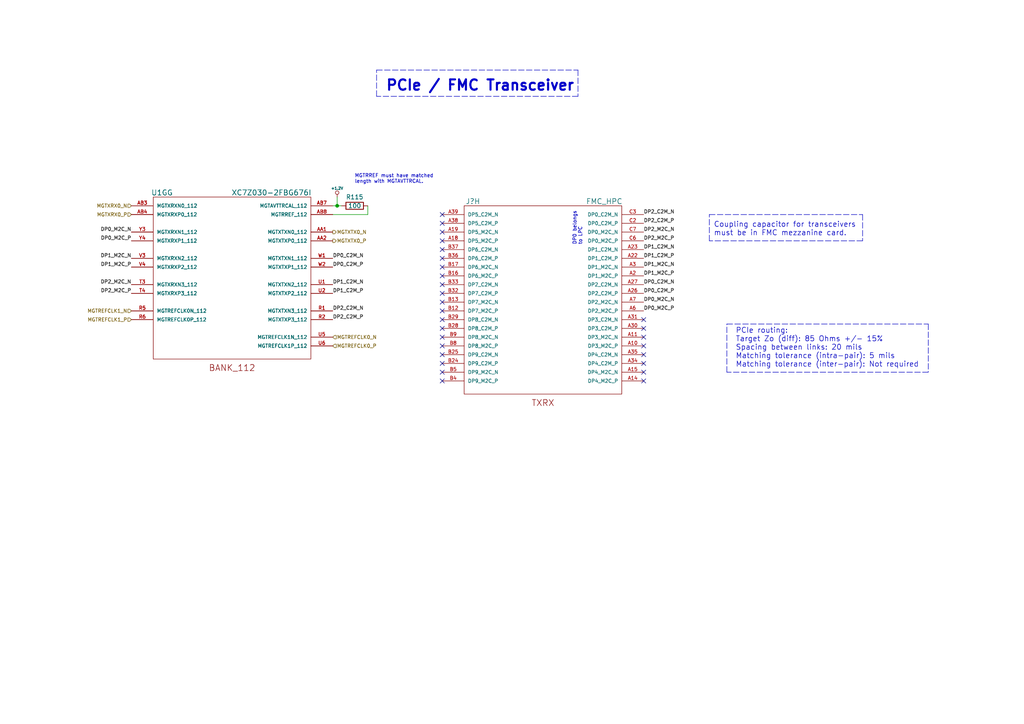
<source format=kicad_sch>
(kicad_sch (version 20250114) (generator "eeschema") (generator_version "9.0")
  (paper "A4")
  (title_block (title "CIAA-ACC FPGA PCIe / FMC transceiver") (date "2019-08-28") (rev "V1.4") (company "COMPUTADORA INDUSTRIAL ABIERTA ARGENTINA. CIAA-ACC (HPC)") (comment 1 "Authors: See 'doc/CHANGES.txt' file.      License: See 'doc/LICENCIA_CIAA_ACC.txt' file."))
  (lib_symbols
    (symbol "CIAA_ACC:+1.2V" (power) (pin_names (offset 1.016))
      (property "Value" "+1.2V" (at 0 2.286 0))
      (symbol "+1.2V_0_0"
        (pin power_in line (at 0 0 90) (length 0) (hide yes) (name "+1.2V") (number "1"))
      )
    )
    (symbol "CIAA_ACC:R" (pin_numbers (hide yes)) (pin_names (offset 0))
      (property "Reference" "R" (at 2.032 0 90))
      (property "Value" "R" (at 0 0 90))
      (symbol "R_1_1"
        (pin passive line (at 0 3.81 270) (length 1.27) (name "~") (number "1"))
        (pin passive line (at 0 -3.81 90) (length 1.27) (name "~") (number "2"))
      )
    )
    (symbol "FMC_HPC:FMC_HPC" (pin_names (offset 1.016))
      (property "Reference" "J" (at 0 2.54 0))
      (property "Value" "FMC_HPC" (at 0 0 0))
      (symbol "FMC_HPC_1_0"
        (text "BANK_HA" (at 0 -33.02 0) (effects (font (size 1.778 1.778))))
      )
      (symbol "FMC_HPC_1_1"
        (pin passive line (at -29.21 31.75 0) (length 6.35) (name "HA12_N") (number "F14"))
        (pin passive line (at -29.21 29.21 0) (length 6.35) (name "HA12_P") (number "F13"))
        (pin passive line (at -29.21 26.67 0) (length 6.35) (name "HA13_N") (number "E13"))
        (pin passive line (at -29.21 24.13 0) (length 6.35) (name "HA13_P") (number "E12"))
        (pin passive line (at -29.21 21.59 0) (length 6.35) (name "HA14_N") (number "J16"))
        (pin passive line (at -29.21 19.05 0) (length 6.35) (name "HA14_P") (number "J15"))
        (pin passive line (at -29.21 16.51 0) (length 6.35) (name "HA15_N") (number "F17"))
        (pin passive line (at -29.21 13.97 0) (length 6.35) (name "HA15_P") (number "F16"))
        (pin passive line (at -29.21 11.43 0) (length 6.35) (name "HA16_N") (number "E16"))
        (pin passive line (at -29.21 8.89 0) (length 6.35) (name "HA16_P") (number "E15"))
        (pin passive line (at -29.21 6.35 0) (length 6.35) (name "HA17_N_CC") (number "K17"))
        (pin passive line (at -29.21 3.81 0) (length 6.35) (name "HA17_P_CC") (number "K16"))
        (pin passive line (at -29.21 1.27 0) (length 6.35) (name "HA18_N") (number "J19"))
        (pin passive line (at -29.21 -1.27 0) (length 6.35) (name "HA18_P") (number "J18"))
        (pin passive line (at -29.21 -3.81 0) (length 6.35) (name "HA19_N") (number "F20"))
        (pin passive line (at -29.21 -6.35 0) (length 6.35) (name "HA19_P") (number "F19"))
        (pin passive line (at -29.21 -8.89 0) (length 6.35) (name "HA20_N") (number "E19"))
        (pin passive line (at -29.21 -11.43 0) (length 6.35) (name "HA20_P") (number "E18"))
        (pin passive line (at -29.21 -13.97 0) (length 6.35) (name "HA21_N") (number "K20"))
        (pin passive line (at -29.21 -16.51 0) (length 6.35) (name "HA21_P") (number "K19"))
        (pin passive line (at -29.21 -19.05 0) (length 6.35) (name "HA22_N") (number "J22"))
        (pin passive line (at -29.21 -21.59 0) (length 6.35) (name "HA22_P") (number "J21"))
        (pin passive line (at -29.21 -24.13 0) (length 6.35) (name "HA23_N") (number "K23"))
        (pin passive line (at -29.21 -26.67 0) (length 6.35) (name "HA23_P") (number "K22"))
        (pin passive line (at 29.21 31.75 180) (length 6.35) (name "HA00_N_CC") (number "F5"))
        (pin passive line (at 29.21 29.21 180) (length 6.35) (name "HA00_P_CC") (number "F4"))
        (pin passive line (at 29.21 26.67 180) (length 6.35) (name "HA01_N_CC") (number "E3"))
        (pin passive line (at 29.21 24.13 180) (length 6.35) (name "HA01_P_CC") (number "E2"))
        (pin passive line (at 29.21 21.59 180) (length 6.35) (name "HA02_N") (number "K8"))
        (pin passive line (at 29.21 19.05 180) (length 6.35) (name "HA02_P") (number "K7"))
        (pin passive line (at 29.21 16.51 180) (length 6.35) (name "HA03_N") (number "J7"))
        (pin passive line (at 29.21 13.97 180) (length 6.35) (name "HA03_P") (number "J6"))
        (pin passive line (at 29.21 11.43 180) (length 6.35) (name "HA04_N") (number "F8"))
        (pin passive line (at 29.21 8.89 180) (length 6.35) (name "HA04_P") (number "F7"))
        (pin passive line (at 29.21 6.35 180) (length 6.35) (name "HA05_N") (number "E7"))
        (pin passive line (at 29.21 3.81 180) (length 6.35) (name "HA05_P") (number "E6"))
        (pin passive line (at 29.21 1.27 180) (length 6.35) (name "HA06_N") (number "K11"))
        (pin passive line (at 29.21 -1.27 180) (length 6.35) (name "HA06_P") (number "K10"))
        (pin passive line (at 29.21 -3.81 180) (length 6.35) (name "HA07_N") (number "J10"))
        (pin passive line (at 29.21 -6.35 180) (length 6.35) (name "HA07_P") (number "J9"))
        (pin passive line (at 29.21 -8.89 180) (length 6.35) (name "HA08_N") (number "F11"))
        (pin passive line (at 29.21 -11.43 180) (length 6.35) (name "HA08_P") (number "F10"))
        (pin passive line (at 29.21 -13.97 180) (length 6.35) (name "HA09_N") (number "E10"))
        (pin passive line (at 29.21 -16.51 180) (length 6.35) (name "HA09_P") (number "E9"))
        (pin passive line (at 29.21 -19.05 180) (length 6.35) (name "HA10_N") (number "K14"))
        (pin passive line (at 29.21 -21.59 180) (length 6.35) (name "HA10_P") (number "K13"))
        (pin passive line (at 29.21 -24.13 180) (length 6.35) (name "HA11_N") (number "J13"))
        (pin passive line (at 29.21 -26.67 180) (length 6.35) (name "HA11_P") (number "J12"))
      )
      (symbol "FMC_HPC_2_0"
        (text "BANK_HB" (at 0 -30.48 0) (effects (font (size 1.778 1.778))))
      )
      (symbol "FMC_HPC_2_1"
        (pin passive line (at -29.21 29.21 0) (length 6.35) (name "HB11_N") (number "J31"))
        (pin passive line (at -29.21 26.67 0) (length 6.35) (name "HB11_P") (number "J30"))
        (pin passive line (at -29.21 24.13 0) (length 6.35) (name "HB12_N") (number "F32"))
        (pin passive line (at -29.21 21.59 0) (length 6.35) (name "HB12_P") (number "F31"))
        (pin passive line (at -29.21 19.05 0) (length 6.35) (name "HB13_N") (number "E31"))
        (pin passive line (at -29.21 16.51 0) (length 6.35) (name "HB13_P") (number "E30"))
        (pin passive line (at -29.21 13.97 0) (length 6.35) (name "HB14_N") (number "K35"))
        (pin passive line (at -29.21 11.43 0) (length 6.35) (name "HB14_P") (number "K34"))
        (pin passive line (at -29.21 8.89 0) (length 6.35) (name "HB15_N") (number "J34"))
        (pin passive line (at -29.21 6.35 0) (length 6.35) (name "HB15_P") (number "J33"))
        (pin passive line (at -29.21 3.81 0) (length 6.35) (name "HB16_N") (number "F35"))
        (pin passive line (at -29.21 1.27 0) (length 6.35) (name "HB16_P") (number "F34"))
        (pin passive line (at -29.21 -1.27 0) (length 6.35) (name "HB17_N_CC") (number "K38"))
        (pin passive line (at -29.21 -3.81 0) (length 6.35) (name "HB17_P_CC") (number "K37"))
        (pin passive line (at -29.21 -6.35 0) (length 6.35) (name "HB18_N") (number "J37"))
        (pin passive line (at -29.21 -8.89 0) (length 6.35) (name "HB18_P") (number "J36"))
        (pin passive line (at -29.21 -11.43 0) (length 6.35) (name "HB19_N") (number "E34"))
        (pin passive line (at -29.21 -13.97 0) (length 6.35) (name "HB19_P") (number "E33"))
        (pin passive line (at -29.21 -16.51 0) (length 6.35) (name "HB20_N") (number "F38"))
        (pin passive line (at -29.21 -19.05 0) (length 6.35) (name "HB20_P") (number "F37"))
        (pin passive line (at -29.21 -21.59 0) (length 6.35) (name "HB21_N") (number "E37"))
        (pin passive line (at -29.21 -24.13 0) (length 6.35) (name "HB21_P") (number "E36"))
        (pin passive line (at 29.21 29.21 180) (length 6.35) (name "HB00_N_CC") (number "K26"))
        (pin passive line (at 29.21 26.67 180) (length 6.35) (name "HB00_P_CC") (number "K25"))
        (pin passive line (at 29.21 24.13 180) (length 6.35) (name "HB01_N") (number "J25"))
        (pin passive line (at 29.21 21.59 180) (length 6.35) (name "HB01_P") (number "J24"))
        (pin passive line (at 29.21 19.05 180) (length 6.35) (name "HB02_N") (number "F23"))
        (pin passive line (at 29.21 16.51 180) (length 6.35) (name "HB02_P") (number "F22"))
        (pin passive line (at 29.21 13.97 180) (length 6.35) (name "HB03_N") (number "E22"))
        (pin passive line (at 29.21 11.43 180) (length 6.35) (name "HB03_P") (number "E21"))
        (pin passive line (at 29.21 8.89 180) (length 6.35) (name "HB04_N") (number "F26"))
        (pin passive line (at 29.21 6.35 180) (length 6.35) (name "HB04_P") (number "F25"))
        (pin passive line (at 29.21 3.81 180) (length 6.35) (name "HB05_N") (number "E25"))
        (pin passive line (at 29.21 1.27 180) (length 6.35) (name "HB05_P") (number "E24"))
        (pin passive line (at 29.21 -1.27 180) (length 6.35) (name "HB06_N_CC") (number "K29"))
        (pin passive line (at 29.21 -3.81 180) (length 6.35) (name "HB06_P_CC") (number "K28"))
        (pin passive line (at 29.21 -6.35 180) (length 6.35) (name "HB07_N") (number "J28"))
        (pin passive line (at 29.21 -8.89 180) (length 6.35) (name "HB07_P") (number "J27"))
        (pin passive line (at 29.21 -11.43 180) (length 6.35) (name "HB08_N") (number "F29"))
        (pin passive line (at 29.21 -13.97 180) (length 6.35) (name "HB08_P") (number "F28"))
        (pin passive line (at 29.21 -16.51 180) (length 6.35) (name "HB09_N") (number "E28"))
        (pin passive line (at 29.21 -19.05 180) (length 6.35) (name "HB09_P") (number "E27"))
        (pin passive line (at 29.21 -21.59 180) (length 6.35) (name "HB10_N") (number "K32"))
        (pin passive line (at 29.21 -24.13 180) (length 6.35) (name "HB10_P") (number "K31"))
      )
      (symbol "FMC_HPC_3_0"
        (text "BANK_LA" (at 0 -45.72 0) (effects (font (size 1.778 1.778))))
      )
      (symbol "FMC_HPC_3_1"
        (pin passive line (at -29.21 44.45 0) (length 6.35) (name "LA17_N_CC") (number "D21"))
        (pin passive line (at -29.21 41.91 0) (length 6.35) (name "LA17_P_CC") (number "D20"))
        (pin passive line (at -29.21 39.37 0) (length 6.35) (name "LA18_N_CC") (number "C23"))
        (pin passive line (at -29.21 36.83 0) (length 6.35) (name "LA18_P_CC") (number "C22"))
        (pin passive line (at -29.21 34.29 0) (length 6.35) (name "LA19_N") (number "H23"))
        (pin passive line (at -29.21 31.75 0) (length 6.35) (name "LA19_P") (number "H22"))
        (pin passive line (at -29.21 29.21 0) (length 6.35) (name "LA20_N") (number "G22"))
        (pin passive line (at -29.21 26.67 0) (length 6.35) (name "LA20_P") (number "G21"))
        (pin passive line (at -29.21 24.13 0) (length 6.35) (name "LA21_N") (number "H26"))
        (pin passive line (at -29.21 21.59 0) (length 6.35) (name "LA21_P") (number "H25"))
        (pin passive line (at -29.21 19.05 0) (length 6.35) (name "LA22_N") (number "G25"))
        (pin passive line (at -29.21 16.51 0) (length 6.35) (name "LA22_P") (number "G24"))
        (pin passive line (at -29.21 13.97 0) (length 6.35) (name "LA23_N") (number "D24"))
        (pin passive line (at -29.21 11.43 0) (length 6.35) (name "LA23_P") (number "D23"))
        (pin passive line (at -29.21 8.89 0) (length 6.35) (name "LA24_N") (number "H29"))
        (pin passive line (at -29.21 6.35 0) (length 6.35) (name "LA24_P") (number "H28"))
        (pin passive line (at -29.21 3.81 0) (length 6.35) (name "LA25_N") (number "G28"))
        (pin passive line (at -29.21 1.27 0) (length 6.35) (name "LA25_P") (number "G27"))
        (pin passive line (at -29.21 -1.27 0) (length 6.35) (name "LA26_N") (number "D27"))
        (pin passive line (at -29.21 -3.81 0) (length 6.35) (name "LA26_P") (number "D26"))
        (pin passive line (at -29.21 -6.35 0) (length 6.35) (name "LA27_N") (number "C27"))
        (pin passive line (at -29.21 -8.89 0) (length 6.35) (name "LA27_P") (number "C26"))
        (pin passive line (at -29.21 -11.43 0) (length 6.35) (name "LA28_N") (number "H32"))
        (pin passive line (at -29.21 -13.97 0) (length 6.35) (name "LA28_P") (number "H31"))
        (pin passive line (at -29.21 -16.51 0) (length 6.35) (name "LA29_N") (number "G31"))
        (pin passive line (at -29.21 -19.05 0) (length 6.35) (name "LA29_P") (number "G30"))
        (pin passive line (at -29.21 -21.59 0) (length 6.35) (name "LA30_N") (number "H35"))
        (pin passive line (at -29.21 -24.13 0) (length 6.35) (name "LA30_P") (number "H34"))
        (pin passive line (at -29.21 -26.67 0) (length 6.35) (name "LA31_N") (number "G34"))
        (pin passive line (at -29.21 -29.21 0) (length 6.35) (name "LA31_P") (number "G33"))
        (pin passive line (at -29.21 -31.75 0) (length 6.35) (name "LA32_N") (number "H38"))
        (pin passive line (at -29.21 -34.29 0) (length 6.35) (name "LA32_P") (number "H37"))
        (pin passive line (at -29.21 -36.83 0) (length 6.35) (name "LA33_N") (number "G37"))
        (pin passive line (at -29.21 -39.37 0) (length 6.35) (name "LA33_P") (number "G36"))
        (pin passive line (at 29.21 44.45 180) (length 6.35) (name "LA00_N_CC") (number "G7"))
        (pin passive line (at 29.21 41.91 180) (length 6.35) (name "LA00_P_CC") (number "G6"))
        (pin passive line (at 29.21 39.37 180) (length 6.35) (name "LA01_N_CC") (number "D9"))
        (pin passive line (at 29.21 36.83 180) (length 6.35) (name "LA01_P_CC") (number "D8"))
        (pin passive line (at 29.21 34.29 180) (length 6.35) (name "LA02_N") (number "H8"))
        (pin passive line (at 29.21 31.75 180) (length 6.35) (name "LA02_P") (number "H7"))
        (pin passive line (at 29.21 29.21 180) (length 6.35) (name "LA03_N") (number "G10"))
        (pin passive line (at 29.21 26.67 180) (length 6.35) (name "LA03_P") (number "G9"))
        (pin passive line (at 29.21 24.13 180) (length 6.35) (name "LA04_N") (number "H11"))
        (pin passive line (at 29.21 21.59 180) (length 6.35) (name "LA04_P") (number "H10"))
        (pin passive line (at 29.21 19.05 180) (length 6.35) (name "LA05_N") (number "D12"))
        (pin passive line (at 29.21 16.51 180) (length 6.35) (name "LA05_P") (number "D11"))
        (pin passive line (at 29.21 13.97 180) (length 6.35) (name "LA06_N") (number "C11"))
        (pin passive line (at 29.21 11.43 180) (length 6.35) (name "LA06_P") (number "C10"))
        (pin passive line (at 29.21 8.89 180) (length 6.35) (name "LA07_N") (number "H14"))
        (pin passive line (at 29.21 6.35 180) (length 6.35) (name "LA07_P") (number "H13"))
        (pin passive line (at 29.21 3.81 180) (length 6.35) (name "LA08_N") (number "G13"))
        (pin passive line (at 29.21 1.27 180) (length 6.35) (name "LA08_P") (number "G12"))
        (pin passive line (at 29.21 -1.27 180) (length 6.35) (name "LA09_N") (number "D15"))
        (pin passive line (at 29.21 -3.81 180) (length 6.35) (name "LA09_P") (number "D14"))
        (pin passive line (at 29.21 -6.35 180) (length 6.35) (name "LA10_N") (number "C15"))
        (pin passive line (at 29.21 -8.89 180) (length 6.35) (name "LA10_P") (number "C14"))
        (pin passive line (at 29.21 -11.43 180) (length 6.35) (name "LA11_N") (number "H17"))
        (pin passive line (at 29.21 -13.97 180) (length 6.35) (name "LA11_P") (number "H16"))
        (pin passive line (at 29.21 -16.51 180) (length 6.35) (name "LA12_N") (number "G16"))
        (pin passive line (at 29.21 -19.05 180) (length 6.35) (name "LA12_P") (number "G15"))
        (pin passive line (at 29.21 -21.59 180) (length 6.35) (name "LA13_N") (number "D18"))
        (pin passive line (at 29.21 -24.13 180) (length 6.35) (name "LA13_P") (number "D17"))
        (pin passive line (at 29.21 -26.67 180) (length 6.35) (name "LA14_N") (number "C19"))
        (pin passive line (at 29.21 -29.21 180) (length 6.35) (name "LA14_P") (number "C18"))
        (pin passive line (at 29.21 -31.75 180) (length 6.35) (name "LA15_N") (number "H20"))
        (pin passive line (at 29.21 -34.29 180) (length 6.35) (name "LA15_P") (number "H19"))
        (pin passive line (at 29.21 -36.83 180) (length 6.35) (name "LA16_N") (number "G19"))
        (pin passive line (at 29.21 -39.37 180) (length 6.35) (name "LA16_P") (number "G18"))
      )
      (symbol "FMC_HPC_4_0"
        (text "CLK" (at 0 -12.7 0) (effects (font (size 1.778 1.778))))
      )
      (symbol "FMC_HPC_4_1"
        (pin passive line (at -29.21 8.89 0) (length 6.35) (name "CLK1_C2M_N") (number "J3"))
        (pin passive line (at -29.21 6.35 0) (length 6.35) (name "CLK1_C2M_P") (number "J2"))
        (pin passive line (at -29.21 3.81 0) (length 6.35) (name "CLK1_M2C_N") (number "K5"))
        (pin passive line (at -29.21 1.27 0) (length 6.35) (name "CLK1_M2C_P") (number "K4"))
        (pin passive line (at -29.21 -3.81 0) (length 6.35) (name "GBTCLK1_M2C_N") (number "B21"))
        (pin passive line (at -29.21 -6.35 0) (length 6.35) (name "GBTCLK1_M2C_P") (number "B20"))
        (pin passive line (at 29.21 8.89 180) (length 6.35) (name "CLK0_C2M_N") (number "G3"))
        (pin passive line (at 29.21 6.35 180) (length 6.35) (name "CLK0_C2M_P") (number "G2"))
        (pin passive line (at 29.21 3.81 180) (length 6.35) (name "CLK0_M2C_N") (number "H5"))
        (pin passive line (at 29.21 1.27 180) (length 6.35) (name "CLK0_M2C_P") (number "H4"))
        (pin passive line (at 29.21 -3.81 180) (length 6.35) (name "GBTCLK0_M2C_N") (number "D5"))
        (pin passive line (at 29.21 -6.35 180) (length 6.35) (name "GBTCLK0_M2C_P") (number "D4"))
      )
      (symbol "FMC_HPC_5_0"
        (text "GND" (at 0 -105.41 0) (effects (font (size 1.778 1.778))))
      )
      (symbol "FMC_HPC_5_1"
        (pin passive line (at -29.21 101.6 0) (length 6.35) (name "GND") (number "A1"))
        (pin passive line (at -29.21 99.06 0) (length 6.35) (name "GND") (number "A4"))
        (pin passive line (at -29.21 96.52 0) (length 6.35) (name "GND") (number "A5"))
        (pin passive line (at -29.21 93.98 0) (length 6.35) (name "GND") (number "A8"))
        (pin passive line (at -29.21 91.44 0) (length 6.35) (name "GND") (number "A9"))
        (pin passive line (at -29.21 88.9 0) (length 6.35) (name "GND") (number "A12"))
        (pin passive line (at -29.21 86.36 0) (length 6.35) (name "GND") (number "A13"))
        (pin passive line (at -29.21 83.82 0) (length 6.35) (name "GND") (number "A16"))
        (pin passive line (at -29.21 81.28 0) (length 6.35) (name "GND") (number "A17"))
        (pin passive line (at -29.21 78.74 0) (length 6.35) (name "GND") (number "A20"))
        (pin passive line (at -29.21 76.2 0) (length 6.35) (name "GND") (number "A21"))
        (pin passive line (at -29.21 73.66 0) (length 6.35) (name "GND") (number "A24"))
        (pin passive line (at -29.21 71.12 0) (length 6.35) (name "GND") (number "A25"))
        (pin passive line (at -29.21 68.58 0) (length 6.35) (name "GND") (number "A28"))
        (pin passive line (at -29.21 66.04 0) (length 6.35) (name "GND") (number "A29"))
        (pin passive line (at -29.21 63.5 0) (length 6.35) (name "GND") (number "A32"))
        (pin passive line (at -29.21 60.96 0) (length 6.35) (name "GND") (number "A33"))
        (pin passive line (at -29.21 58.42 0) (length 6.35) (name "GND") (number "A36"))
        (pin passive line (at -29.21 55.88 0) (length 6.35) (name "GND") (number "A37"))
        (pin passive line (at -29.21 53.34 0) (length 6.35) (name "GND") (number "A40"))
        (pin passive line (at -29.21 50.8 0) (length 6.35) (name "GND") (number "B2"))
        (pin passive line (at -29.21 48.26 0) (length 6.35) (name "GND") (number "B3"))
        (pin passive line (at -29.21 45.72 0) (length 6.35) (name "GND") (number "B6"))
        (pin passive line (at -29.21 43.18 0) (length 6.35) (name "GND") (number "B7"))
        (pin passive line (at -29.21 40.64 0) (length 6.35) (name "GND") (number "B10"))
        (pin passive line (at -29.21 38.1 0) (length 6.35) (name "GND") (number "B11"))
        (pin passive line (at -29.21 35.56 0) (length 6.35) (name "GND") (number "B14"))
        (pin passive line (at -29.21 33.02 0) (length 6.35) (name "GND") (number "B15"))
        (pin passive line (at -29.21 30.48 0) (length 6.35) (name "GND") (number "B18"))
        (pin passive line (at -29.21 27.94 0) (length 6.35) (name "GND") (number "B19"))
        (pin passive line (at -29.21 25.4 0) (length 6.35) (name "GND") (number "B22"))
        (pin passive line (at -29.21 22.86 0) (length 6.35) (name "GND") (number "B23"))
        (pin passive line (at -29.21 20.32 0) (length 6.35) (name "GND") (number "B26"))
        (pin passive line (at -29.21 17.78 0) (length 6.35) (name "GND") (number "B27"))
        (pin passive line (at -29.21 15.24 0) (length 6.35) (name "GND") (number "B30"))
        (pin passive line (at -29.21 12.7 0) (length 6.35) (name "GND") (number "B31"))
        (pin passive line (at -29.21 10.16 0) (length 6.35) (name "GND") (number "B34"))
        (pin passive line (at -29.21 7.62 0) (length 6.35) (name "GND") (number "B35"))
        (pin passive line (at -29.21 5.08 0) (length 6.35) (name "GND") (number "B38"))
        (pin passive line (at -29.21 2.54 0) (length 6.35) (name "GND") (number "B39"))
        (pin passive line (at -29.21 0 0) (length 6.35) (name "GND") (number "C1"))
        (pin passive line (at -29.21 -2.54 0) (length 6.35) (name "GND") (number "C4"))
        (pin passive line (at -29.21 -5.08 0) (length 6.35) (name "GND") (number "C5"))
        (pin passive line (at -29.21 -7.62 0) (length 6.35) (name "GND") (number "C8"))
        (pin passive line (at -29.21 -10.16 0) (length 6.35) (name "GND") (number "C9"))
        (pin passive line (at -29.21 -12.7 0) (length 6.35) (name "GND") (number "C12"))
        (pin passive line (at -29.21 -15.24 0) (length 6.35) (name "GND") (number "C13"))
        (pin passive line (at -29.21 -17.78 0) (length 6.35) (name "GND") (number "C16"))
        (pin passive line (at -29.21 -20.32 0) (length 6.35) (name "GND") (number "C17"))
        (pin passive line (at -29.21 -22.86 0) (length 6.35) (name "GND") (number "C20"))
        (pin passive line (at -29.21 -25.4 0) (length 6.35) (name "GND") (number "C21"))
        (pin passive line (at -29.21 -27.94 0) (length 6.35) (name "GND") (number "C24"))
        (pin passive line (at -29.21 -30.48 0) (length 6.35) (name "GND") (number "C25"))
        (pin passive line (at -29.21 -33.02 0) (length 6.35) (name "GND") (number "C28"))
        (pin passive line (at -29.21 -35.56 0) (length 6.35) (name "GND") (number "C29"))
        (pin passive line (at -29.21 -38.1 0) (length 6.35) (name "GND") (number "C32"))
        (pin passive line (at -29.21 -40.64 0) (length 6.35) (name "GND") (number "C33"))
        (pin passive line (at -29.21 -43.18 0) (length 6.35) (name "GND") (number "C36"))
        (pin passive line (at -29.21 -45.72 0) (length 6.35) (name "GND") (number "C38"))
        (pin passive line (at -29.21 -48.26 0) (length 6.35) (name "GND") (number "C40"))
        (pin passive line (at -29.21 -50.8 0) (length 6.35) (name "GND") (number "D2"))
        (pin passive line (at -29.21 -53.34 0) (length 6.35) (name "GND") (number "D3"))
        (pin passive line (at -29.21 -55.88 0) (length 6.35) (name "GND") (number "D6"))
        (pin passive line (at -29.21 -58.42 0) (length 6.35) (name "GND") (number "D7"))
        (pin passive line (at -29.21 -60.96 0) (length 6.35) (name "GND") (number "D10"))
        (pin passive line (at -29.21 -63.5 0) (length 6.35) (name "GND") (number "D13"))
        (pin passive line (at -29.21 -66.04 0) (length 6.35) (name "GND") (number "D16"))
        (pin passive line (at -29.21 -68.58 0) (length 6.35) (name "GND") (number "D19"))
        (pin passive line (at -29.21 -71.12 0) (length 6.35) (name "GND") (number "D22"))
        (pin passive line (at -29.21 -73.66 0) (length 6.35) (name "GND") (number "D25"))
        (pin passive line (at -29.21 -76.2 0) (length 6.35) (name "GND") (number "D28"))
        (pin passive line (at -29.21 -78.74 0) (length 6.35) (name "GND") (number "D37"))
        (pin passive line (at -29.21 -81.28 0) (length 6.35) (name "GND") (number "D39"))
        (pin passive line (at -29.21 -83.82 0) (length 6.35) (name "GND") (number "E26"))
        (pin passive line (at -29.21 -86.36 0) (length 6.35) (name "GND") (number "E29"))
        (pin passive line (at -29.21 -88.9 0) (length 6.35) (name "GND") (number "E32"))
        (pin passive line (at -29.21 -91.44 0) (length 6.35) (name "GND") (number "E35"))
        (pin passive line (at -29.21 -93.98 0) (length 6.35) (name "GND") (number "E38"))
        (pin passive line (at -29.21 -96.52 0) (length 6.35) (name "GND") (number "E40"))
        (pin passive line (at 29.21 101.6 180) (length 6.35) (name "GND") (number "E1"))
        (pin passive line (at 29.21 99.06 180) (length 6.35) (name "GND") (number "E4"))
        (pin passive line (at 29.21 96.52 180) (length 6.35) (name "GND") (number "E5"))
        (pin passive line (at 29.21 93.98 180) (length 6.35) (name "GND") (number "E8"))
        (pin passive line (at 29.21 91.44 180) (length 6.35) (name "GND") (number "E11"))
        (pin passive line (at 29.21 88.9 180) (length 6.35) (name "GND") (number "E14"))
        (pin passive line (at 29.21 86.36 180) (length 6.35) (name "GND") (number "E17"))
        (pin passive line (at 29.21 83.82 180) (length 6.35) (name "GND") (number "E20"))
        (pin passive line (at 29.21 81.28 180) (length 6.35) (name "GND") (number "E23"))
        (pin passive line (at 29.21 78.74 180) (length 6.35) (name "GND") (number "F2"))
        (pin passive line (at 29.21 76.2 180) (length 6.35) (name "GND") (number "F3"))
        (pin passive line (at 29.21 73.66 180) (length 6.35) (name "GND") (number "F6"))
        (pin passive line (at 29.21 71.12 180) (length 6.35) (name "GND") (number "F9"))
        (pin passive line (at 29.21 68.58 180) (length 6.35) (name "GND") (number "F12"))
        (pin passive line (at 29.21 66.04 180) (length 6.35) (name "GND") (number "F15"))
        (pin passive line (at 29.21 63.5 180) (length 6.35) (name "GND") (number "F18"))
        (pin passive line (at 29.21 60.96 180) (length 6.35) (name "GND") (number "F21"))
        (pin passive line (at 29.21 58.42 180) (length 6.35) (name "GND") (number "F24"))
        (pin passive line (at 29.21 55.88 180) (length 6.35) (name "GND") (number "F27"))
        (pin passive line (at 29.21 53.34 180) (length 6.35) (name "GND") (number "F30"))
        (pin passive line (at 29.21 50.8 180) (length 6.35) (name "GND") (number "F33"))
        (pin passive line (at 29.21 48.26 180) (length 6.35) (name "GND") (number "F36"))
        (pin passive line (at 29.21 45.72 180) (length 6.35) (name "GND") (number "F39"))
        (pin passive line (at 29.21 43.18 180) (length 6.35) (name "GND") (number "G1"))
        (pin passive line (at 29.21 40.64 180) (length 6.35) (name "GND") (number "G4"))
        (pin passive line (at 29.21 38.1 180) (length 6.35) (name "GND") (number "G5"))
        (pin passive line (at 29.21 35.56 180) (length 6.35) (name "GND") (number "G8"))
        (pin passive line (at 29.21 33.02 180) (length 6.35) (name "GND") (number "G11"))
        (pin passive line (at 29.21 30.48 180) (length 6.35) (name "GND") (number "G14"))
        (pin passive line (at 29.21 27.94 180) (length 6.35) (name "GND") (number "G17"))
        (pin passive line (at 29.21 25.4 180) (length 6.35) (name "GND") (number "G20"))
        (pin passive line (at 29.21 22.86 180) (length 6.35) (name "GND") (number "G23"))
        (pin passive line (at 29.21 20.32 180) (length 6.35) (name "GND") (number "G26"))
        (pin passive line (at 29.21 17.78 180) (length 6.35) (name "GND") (number "G29"))
        (pin passive line (at 29.21 15.24 180) (length 6.35) (name "GND") (number "G32"))
        (pin passive line (at 29.21 12.7 180) (length 6.35) (name "GND") (number "G35"))
        (pin passive line (at 29.21 10.16 180) (length 6.35) (name "GND") (number "G38"))
        (pin passive line (at 29.21 7.62 180) (length 6.35) (name "GND") (number "G40"))
        (pin passive line (at 29.21 5.08 180) (length 6.35) (name "GND") (number "H3"))
        (pin passive line (at 29.21 2.54 180) (length 6.35) (name "GND") (number "H6"))
        (pin passive line (at 29.21 0 180) (length 6.35) (name "GND") (number "H9"))
        (pin passive line (at 29.21 -2.54 180) (length 6.35) (name "GND") (number "H12"))
        (pin passive line (at 29.21 -5.08 180) (length 6.35) (name "GND") (number "H15"))
        (pin passive line (at 29.21 -7.62 180) (length 6.35) (name "GND") (number "H18"))
        (pin passive line (at 29.21 -10.16 180) (length 6.35) (name "GND") (number "H21"))
        (pin passive line (at 29.21 -12.7 180) (length 6.35) (name "GND") (number "H24"))
        (pin passive line (at 29.21 -15.24 180) (length 6.35) (name "GND") (number "H27"))
        (pin passive line (at 29.21 -17.78 180) (length 6.35) (name "GND") (number "H30"))
        (pin passive line (at 29.21 -20.32 180) (length 6.35) (name "GND") (number "H33"))
        (pin passive line (at 29.21 -22.86 180) (length 6.35) (name "GND") (number "H36"))
        (pin passive line (at 29.21 -25.4 180) (length 6.35) (name "GND") (number "H39"))
        (pin passive line (at 29.21 -27.94 180) (length 6.35) (name "GND") (number "J1"))
        (pin passive line (at 29.21 -30.48 180) (length 6.35) (name "GND") (number "J4"))
        (pin passive line (at 29.21 -33.02 180) (length 6.35) (name "GND") (number "J5"))
        (pin passive line (at 29.21 -35.56 180) (length 6.35) (name "GND") (number "J8"))
        (pin passive line (at 29.21 -38.1 180) (length 6.35) (name "GND") (number "J11"))
        (pin passive line (at 29.21 -40.64 180) (length 6.35) (name "GND") (number "J14"))
        (pin passive line (at 29.21 -43.18 180) (length 6.35) (name "GND") (number "J17"))
        (pin passive line (at 29.21 -45.72 180) (length 6.35) (name "GND") (number "J20"))
        (pin passive line (at 29.21 -48.26 180) (length 6.35) (name "GND") (number "J23"))
        (pin passive line (at 29.21 -50.8 180) (length 6.35) (name "GND") (number "J26"))
        (pin passive line (at 29.21 -53.34 180) (length 6.35) (name "GND") (number "J29"))
        (pin passive line (at 29.21 -55.88 180) (length 6.35) (name "GND") (number "J32"))
        (pin passive line (at 29.21 -58.42 180) (length 6.35) (name "GND") (number "J35"))
        (pin passive line (at 29.21 -60.96 180) (length 6.35) (name "GND") (number "J38"))
        (pin passive line (at 29.21 -63.5 180) (length 6.35) (name "GND") (number "J40"))
        (pin passive line (at 29.21 -66.04 180) (length 6.35) (name "GND") (number "K2"))
        (pin passive line (at 29.21 -68.58 180) (length 6.35) (name "GND") (number "K3"))
        (pin passive line (at 29.21 -71.12 180) (length 6.35) (name "GND") (number "K6"))
        (pin passive line (at 29.21 -73.66 180) (length 6.35) (name "GND") (number "K9"))
        (pin passive line (at 29.21 -76.2 180) (length 6.35) (name "GND") (number "K12"))
        (pin passive line (at 29.21 -78.74 180) (length 6.35) (name "GND") (number "K15"))
        (pin passive line (at 29.21 -81.28 180) (length 6.35) (name "GND") (number "K18"))
        (pin passive line (at 29.21 -83.82 180) (length 6.35) (name "GND") (number "K21"))
        (pin passive line (at 29.21 -86.36 180) (length 6.35) (name "GND") (number "K24"))
        (pin passive line (at 29.21 -88.9 180) (length 6.35) (name "GND") (number "K27"))
        (pin passive line (at 29.21 -91.44 180) (length 6.35) (name "GND") (number "K30"))
        (pin passive line (at 29.21 -93.98 180) (length 6.35) (name "GND") (number "K33"))
        (pin passive line (at 29.21 -96.52 180) (length 6.35) (name "GND") (number "K36"))
        (pin passive line (at 29.21 -99.06 180) (length 6.35) (name "GND") (number "K39"))
      )
      (symbol "FMC_HPC_6_0"
        (text "MGMT" (at 0 -21.59 0) (effects (font (size 1.778 1.778))))
      )
      (symbol "FMC_HPC_6_1"
        (pin passive line (at -29.21 10.16 0) (length 6.35) (name "GA0") (number "C34"))
        (pin passive line (at -29.21 7.62 0) (length 6.35) (name "GA1") (number "D35"))
        (pin passive line (at -29.21 5.08 0) (length 6.35) (name "SCL") (number "C30"))
        (pin passive line (at -29.21 2.54 0) (length 6.35) (name "SDA") (number "C31"))
        (pin passive line (at -29.21 -2.54 0) (length 6.35) (name "PRSNT_M2C_L") (number "H2"))
        (pin passive line (at 29.21 10.16 180) (length 6.35) (name "RES0") (number "B40"))
        (pin passive line (at 29.21 7.62 180) (length 6.35) (name "RES1") (number "B1"))
        (pin passive line (at 29.21 2.54 180) (length 6.35) (name "PG_C2M") (number "D1"))
        (pin passive line (at 29.21 0 180) (length 6.35) (name "PG_M2C") (number "F1"))
        (pin passive line (at 29.21 -5.08 180) (length 6.35) (name "TCK") (number "D29"))
        (pin passive line (at 29.21 -7.62 180) (length 6.35) (name "TDI") (number "D30"))
        (pin passive line (at 29.21 -10.16 180) (length 6.35) (name "TDO") (number "D31"))
        (pin passive line (at 29.21 -12.7 180) (length 6.35) (name "TMS") (number "D33"))
        (pin passive line (at 29.21 -15.24 180) (length 6.35) (name "TRST_L") (number "D34"))
      )
      (symbol "FMC_HPC_7_0"
        (text "PWR" (at 0 -19.05 0) (effects (font (size 1.778 1.778))))
      )
      (symbol "FMC_HPC_7_1"
        (pin passive line (at -29.21 10.16 0) (length 6.35) (name "3P3VAUX") (number "D32"))
        (pin passive line (at -29.21 5.08 0) (length 6.35) (name "12P0V") (number "C35"))
        (pin passive line (at -29.21 2.54 0) (length 6.35) (name "12P0V") (number "C37"))
        (pin passive line (at -29.21 -2.54 0) (length 6.35) (name "VIO_B_M2C") (number "J39"))
        (pin passive line (at -29.21 -5.08 0) (length 6.35) (name "VIO_B_M2C") (number "K40"))
        (pin passive line (at -29.21 -10.16 0) (length 6.35) (name "VREF_A_M2C") (number "H1"))
        (pin passive line (at -29.21 -12.7 0) (length 6.35) (name "VREF_B_M2C") (number "K1"))
        (pin passive line (at 29.21 10.16 180) (length 6.35) (name "3P3V") (number "C39"))
        (pin passive line (at 29.21 7.62 180) (length 6.35) (name "3P3V") (number "D36"))
        (pin passive line (at 29.21 5.08 180) (length 6.35) (name "3P3V") (number "D38"))
        (pin passive line (at 29.21 2.54 180) (length 6.35) (name "3P3V") (number "D40"))
        (pin passive line (at 29.21 -2.54 180) (length 6.35) (name "VADJ") (number "E39"))
        (pin passive line (at 29.21 -5.08 180) (length 6.35) (name "VADJ") (number "F40"))
        (pin passive line (at 29.21 -7.62 180) (length 6.35) (name "VADJ") (number "G39"))
        (pin passive line (at 29.21 -10.16 180) (length 6.35) (name "VADJ") (number "H40"))
      )
      (symbol "FMC_HPC_8_0"
        (text "TXRX" (at 0 -27.94 0) (effects (font (size 1.778 1.778))))
      )
      (symbol "FMC_HPC_8_1"
        (pin passive line (at -29.21 26.67 0) (length 6.35) (name "DP5_C2M_N") (number "A39"))
        (pin passive line (at -29.21 24.13 0) (length 6.35) (name "DP5_C2M_P") (number "A38"))
        (pin passive line (at -29.21 21.59 0) (length 6.35) (name "DP5_M2C_N") (number "A19"))
        (pin passive line (at -29.21 19.05 0) (length 6.35) (name "DP5_M2C_P") (number "A18"))
        (pin passive line (at -29.21 16.51 0) (length 6.35) (name "DP6_C2M_N") (number "B37"))
        (pin passive line (at -29.21 13.97 0) (length 6.35) (name "DP6_C2M_P") (number "B36"))
        (pin passive line (at -29.21 11.43 0) (length 6.35) (name "DP6_M2C_N") (number "B17"))
        (pin passive line (at -29.21 8.89 0) (length 6.35) (name "DP6_M2C_P") (number "B16"))
        (pin passive line (at -29.21 6.35 0) (length 6.35) (name "DP7_C2M_N") (number "B33"))
        (pin passive line (at -29.21 3.81 0) (length 6.35) (name "DP7_C2M_P") (number "B32"))
        (pin passive line (at -29.21 1.27 0) (length 6.35) (name "DP7_M2C_N") (number "B13"))
        (pin passive line (at -29.21 -1.27 0) (length 6.35) (name "DP7_M2C_P") (number "B12"))
        (pin passive line (at -29.21 -3.81 0) (length 6.35) (name "DP8_C2M_N") (number "B29"))
        (pin passive line (at -29.21 -6.35 0) (length 6.35) (name "DP8_C2M_P") (number "B28"))
        (pin passive line (at -29.21 -8.89 0) (length 6.35) (name "DP8_M2C_N") (number "B9"))
        (pin passive line (at -29.21 -11.43 0) (length 6.35) (name "DP8_M2C_P") (number "B8"))
        (pin passive line (at -29.21 -13.97 0) (length 6.35) (name "DP9_C2M_N") (number "B25"))
        (pin passive line (at -29.21 -16.51 0) (length 6.35) (name "DP9_C2M_P") (number "B24"))
        (pin passive line (at -29.21 -19.05 0) (length 6.35) (name "DP9_M2C_N") (number "B5"))
        (pin passive line (at -29.21 -21.59 0) (length 6.35) (name "DP9_M2C_P") (number "B4"))
        (pin passive line (at 29.21 26.67 180) (length 6.35) (name "DP0_C2M_N") (number "C3"))
        (pin passive line (at 29.21 24.13 180) (length 6.35) (name "DP0_C2M_P") (number "C2"))
        (pin passive line (at 29.21 21.59 180) (length 6.35) (name "DP0_M2C_N") (number "C7"))
        (pin passive line (at 29.21 19.05 180) (length 6.35) (name "DP0_M2C_P") (number "C6"))
        (pin passive line (at 29.21 16.51 180) (length 6.35) (name "DP1_C2M_N") (number "A23"))
        (pin passive line (at 29.21 13.97 180) (length 6.35) (name "DP1_C2M_P") (number "A22"))
        (pin passive line (at 29.21 11.43 180) (length 6.35) (name "DP1_M2C_N") (number "A3"))
        (pin passive line (at 29.21 8.89 180) (length 6.35) (name "DP1_M2C_P") (number "A2"))
        (pin passive line (at 29.21 6.35 180) (length 6.35) (name "DP2_C2M_N") (number "A27"))
        (pin passive line (at 29.21 3.81 180) (length 6.35) (name "DP2_C2M_P") (number "A26"))
        (pin passive line (at 29.21 1.27 180) (length 6.35) (name "DP2_M2C_N") (number "A7"))
        (pin passive line (at 29.21 -1.27 180) (length 6.35) (name "DP2_M2C_P") (number "A6"))
        (pin passive line (at 29.21 -3.81 180) (length 6.35) (name "DP3_C2M_N") (number "A31"))
        (pin passive line (at 29.21 -6.35 180) (length 6.35) (name "DP3_C2M_P") (number "A30"))
        (pin passive line (at 29.21 -8.89 180) (length 6.35) (name "DP3_M2C_N") (number "A11"))
        (pin passive line (at 29.21 -11.43 180) (length 6.35) (name "DP3_M2C_P") (number "A10"))
        (pin passive line (at 29.21 -13.97 180) (length 6.35) (name "DP4_C2M_N") (number "A35"))
        (pin passive line (at 29.21 -16.51 180) (length 6.35) (name "DP4_C2M_P") (number "A34"))
        (pin passive line (at 29.21 -19.05 180) (length 6.35) (name "DP4_M2C_N") (number "A15"))
        (pin passive line (at 29.21 -21.59 180) (length 6.35) (name "DP4_M2C_P") (number "A14"))
      )
    )
    (symbol "XC7Z030_FBG676:XC7Z030_FBG676" (pin_names (offset 1.016))
      (property "Reference" "U" (at 0 2.54 0))
      (property "Value" "XC7Z030_FBG676" (at 0 0 0))
      (symbol "XC7Z030_FBG676_1_0"
        (text "BANK_0" (at 0 -38.1 0) (effects (font (size 1.778 1.778))))
      )
      (symbol "XC7Z030_FBG676_1_1"
        (pin bidirectional line (at -29.21 13.97 0) (length 6.35) (name "INIT_B_0") (number "R8"))
        (pin input line (at -29.21 11.43 0) (length 6.35) (name "PROGRAM_B_0") (number "V9"))
        (pin input line (at 29.21 13.97 180) (length 6.35) (name "CFGBVS_0") (number "T7"))
        (pin bidirectional line (at 29.21 11.43 180) (length 6.35) (name "DONE_0") (number "W9"))
        (pin input line (at 29.21 8.89 180) (length 6.35) (name "DXN_0") (number "R13"))
        (pin input line (at 29.21 6.35 180) (length 6.35) (name "DXP_0") (number "R14"))
        (pin power_in line (at 29.21 3.81 180) (length 6.35) (name "GNDADC_0") (number "M13"))
        (pin power_in line (at 29.21 1.27 180) (length 6.35) (name "RSVDGND") (number "V13"))
        (pin power_in line (at 29.21 -1.27 180) (length 6.35) (name "RSVDVCC1") (number "W8"))
        (pin power_in line (at 29.21 -3.81 180) (length 6.35) (name "RSVDVCC2") (number "V8"))
        (pin power_in line (at 29.21 -6.35 180) (length 6.35) (name "RSVDVCC3") (number "U8"))
        (pin input line (at 29.21 -8.89 180) (length 6.35) (name "TCK_0") (number "W12"))
        (pin input line (at 29.21 -11.43 180) (length 6.35) (name "TDI_0") (number "V11"))
        (pin output line (at 29.21 -13.97 180) (length 6.35) (name "TDO_0") (number "W10"))
        (pin input line (at 29.21 -16.51 180) (length 6.35) (name "TMS_0") (number "W11"))
        (pin power_in line (at 29.21 -19.05 180) (length 6.35) (name "VCCADC_0") (number "M14"))
        (pin power_in line (at 29.21 -21.59 180) (length 6.35) (name "VCCBATT_0") (number "V15"))
        (pin input line (at 29.21 -24.13 180) (length 6.35) (name "VN_0") (number "P13"))
        (pin input line (at 29.21 -26.67 180) (length 6.35) (name "VP_0") (number "N14"))
        (pin input line (at 29.21 -29.21 180) (length 6.35) (name "VREFN_0") (number "N13"))
        (pin input line (at 29.21 -31.75 180) (length 6.35) (name "VREFP_0") (number "P14"))
      )
      (symbol "XC7Z030_FBG676_2_0"
        (text "BANK_12" (at 0 -36.83 0) (effects (font (size 1.778 1.778))))
      )
      (symbol "XC7Z030_FBG676_2_1"
        (pin bidirectional line (at -29.21 33.02 0) (length 6.35) (name "IO_L12N_T1_MRCC_12") (number "AD13"))
        (pin bidirectional line (at -29.21 30.48 0) (length 6.35) (name "IO_L12P_T1_MRCC_12") (number "AC13"))
        (pin bidirectional line (at -29.21 27.94 0) (length 6.35) (name "IO_L13N_T2_MRCC_12") (number "AD14"))
        (pin bidirectional line (at -29.21 25.4 0) (length 6.35) (name "IO_L13P_T2_MRCC_12") (number "AC14"))
        (pin bidirectional line (at -29.21 22.86 0) (length 6.35) (name "IO_L14N_T2_SRCC_12") (number "AB14"))
        (pin bidirectional line (at -29.21 20.32 0) (length 6.35) (name "IO_L14P_T2_SRCC_12") (number "AB15"))
        (pin bidirectional line (at -29.21 17.78 0) (length 6.35) (name "IO_L15N_T2_DQS_12") (number "AD15"))
        (pin bidirectional line (at -29.21 15.24 0) (length 6.35) (name "IO_L15P_T2_DQS_12") (number "AD16"))
        (pin bidirectional line (at -29.21 12.7 0) (length 6.35) (name "IO_L16N_T2_12") (number "AF14"))
        (pin bidirectional line (at -29.21 10.16 0) (length 6.35) (name "IO_L16P_T2_12") (number "AF15"))
        (pin bidirectional line (at -29.21 7.62 0) (length 6.35) (name "IO_L17N_T2_12") (number "AE15"))
        (pin bidirectional line (at -29.21 5.08 0) (length 6.35) (name "IO_L17P_T2_12") (number "AE16"))
        (pin bidirectional line (at -29.21 2.54 0) (length 6.35) (name "IO_L18N_T2_12") (number "AF17"))
        (pin bidirectional line (at -29.21 0 0) (length 6.35) (name "IO_L18P_T2_12") (number "AE17"))
        (pin bidirectional line (at -29.21 -2.54 0) (length 6.35) (name "IO_L19N_T3_VREF_12") (number "AA17"))
        (pin bidirectional line (at -29.21 -5.08 0) (length 6.35) (name "IO_L19P_T3_12") (number "Y17"))
        (pin bidirectional line (at -29.21 -7.62 0) (length 6.35) (name "IO_L20N_T3_12") (number "AB16"))
        (pin bidirectional line (at -29.21 -10.16 0) (length 6.35) (name "IO_L20P_T3_12") (number "AB17"))
        (pin bidirectional line (at -29.21 -12.7 0) (length 6.35) (name "IO_L21N_T3_DQS_12") (number "AC16"))
        (pin bidirectional line (at -29.21 -15.24 0) (length 6.35) (name "IO_L21P_T3_DQS_12") (number "AC17"))
        (pin bidirectional line (at -29.21 -17.78 0) (length 6.35) (name "IO_L22N_T3_12") (number "AA14"))
        (pin bidirectional line (at -29.21 -20.32 0) (length 6.35) (name "IO_L22P_T3_12") (number "AA15"))
        (pin bidirectional line (at -29.21 -22.86 0) (length 6.35) (name "IO_L23N_T3_12") (number "Y15"))
        (pin bidirectional line (at -29.21 -25.4 0) (length 6.35) (name "IO_L23P_T3_12") (number "Y16"))
        (pin bidirectional line (at -29.21 -27.94 0) (length 6.35) (name "IO_L24N_T3_12") (number "W15"))
        (pin bidirectional line (at -29.21 -30.48 0) (length 6.35) (name "IO_L24P_T3_12") (number "W16"))
        (pin bidirectional line (at 29.21 33.02 180) (length 6.35) (name "IO_0_12") (number "W14"))
        (pin bidirectional line (at 29.21 30.48 180) (length 6.35) (name "IO_25_12") (number "W17"))
        (pin bidirectional line (at 29.21 27.94 180) (length 6.35) (name "IO_L1N_T0_12") (number "Y11"))
        (pin bidirectional line (at 29.21 25.4 180) (length 6.35) (name "IO_L1P_T0_12") (number "Y12"))
        (pin bidirectional line (at 29.21 22.86 180) (length 6.35) (name "IO_L2N_T0_12") (number "AC11"))
        (pin bidirectional line (at 29.21 20.32 180) (length 6.35) (name "IO_L2P_T0_12") (number "AB12"))
        (pin bidirectional line (at 29.21 17.78 180) (length 6.35) (name "IO_L3N_T0_DQS_12") (number "AA10"))
        (pin bidirectional line (at 29.21 15.24 180) (length 6.35) (name "IO_L3P_T0_DQS_12") (number "Y10"))
        (pin bidirectional line (at 29.21 12.7 180) (length 6.35) (name "IO_L4N_T0_12") (number "AB10"))
        (pin bidirectional line (at 29.21 10.16 180) (length 6.35) (name "IO_L4P_T0_12") (number "AB11"))
        (pin bidirectional line (at 29.21 7.62 180) (length 6.35) (name "IO_L5N_T0_12") (number "Y13"))
        (pin bidirectional line (at 29.21 5.08 180) (length 6.35) (name "IO_L5P_T0_12") (number "W13"))
        (pin bidirectional line (at 29.21 2.54 180) (length 6.35) (name "IO_L6N_T0_VREF_12") (number "AA12"))
        (pin bidirectional line (at 29.21 0 180) (length 6.35) (name "IO_L6P_T0_12") (number "AA13"))
        (pin bidirectional line (at 29.21 -2.54 180) (length 6.35) (name "IO_L7N_T1_12") (number "AD10"))
        (pin bidirectional line (at 29.21 -5.08 180) (length 6.35) (name "IO_L7P_T1_12") (number "AE10"))
        (pin bidirectional line (at 29.21 -7.62 180) (length 6.35) (name "IO_L8N_T1_12") (number "AF12"))
        (pin bidirectional line (at 29.21 -10.16 180) (length 6.35) (name "IO_L8P_T1_12") (number "AE12"))
        (pin bidirectional line (at 29.21 -12.7 180) (length 6.35) (name "IO_L9N_T1_DQS_12") (number "AF10"))
        (pin bidirectional line (at 29.21 -15.24 180) (length 6.35) (name "IO_L9P_T1_DQS_12") (number "AE11"))
        (pin bidirectional line (at 29.21 -17.78 180) (length 6.35) (name "IO_L10N_T1_12") (number "AF13"))
        (pin bidirectional line (at 29.21 -20.32 180) (length 6.35) (name "IO_L10P_T1_12") (number "AE13"))
        (pin bidirectional line (at 29.21 -22.86 180) (length 6.35) (name "IO_L11N_T1_SRCC_12") (number "AD11"))
        (pin bidirectional line (at 29.21 -25.4 180) (length 6.35) (name "IO_L11P_T1_SRCC_12") (number "AC12"))
      )
      (symbol "XC7Z030_FBG676_3_0"
        (text "BANK_13" (at 0 -36.83 0) (effects (font (size 1.778 1.778))))
      )
      (symbol "XC7Z030_FBG676_3_1"
        (pin bidirectional line (at -29.21 33.02 0) (length 6.35) (name "IO_L12N_T1_MRCC_13") (number "AC24"))
        (pin bidirectional line (at -29.21 30.48 0) (length 6.35) (name "IO_L12P_T1_MRCC_13") (number "AC23"))
        (pin bidirectional line (at -29.21 27.94 0) (length 6.35) (name "IO_L13N_T2_MRCC_13") (number "AD21"))
        (pin bidirectional line (at -29.21 25.4 0) (length 6.35) (name "IO_L13P_T2_MRCC_13") (number "AD20"))
        (pin bidirectional line (at -29.21 22.86 0) (length 6.35) (name "IO_L14N_T2_SRCC_13") (number "AC22"))
        (pin bidirectional line (at -29.21 20.32 0) (length 6.35) (name "IO_L14P_T2_SRCC_13") (number "AC21"))
        (pin bidirectional line (at -29.21 17.78 0) (length 6.35) (name "IO_L15N_T2_DQS_13") (number "AF20"))
        (pin bidirectional line (at -29.21 15.24 0) (length 6.35) (name "IO_L15P_T2_DQS_13") (number "AF19"))
        (pin bidirectional line (at -29.21 12.7 0) (length 6.35) (name "IO_L16N_T2_13") (number "AE21"))
        (pin bidirectional line (at -29.21 10.16 0) (length 6.35) (name "IO_L16P_T2_13") (number "AE20"))
        (pin bidirectional line (at -29.21 7.62 0) (length 6.35) (name "IO_L17N_T2_13") (number "AD19"))
        (pin bidirectional line (at -29.21 5.08 0) (length 6.35) (name "IO_L17P_T2_13") (number "AD18"))
        (pin bidirectional line (at -29.21 2.54 0) (length 6.35) (name "IO_L18N_T2_13") (number "AF18"))
        (pin bidirectional line (at -29.21 0 0) (length 6.35) (name "IO_L18P_T2_13") (number "AE18"))
        (pin bidirectional line (at -29.21 -2.54 0) (length 6.35) (name "IO_L19N_T3_VREF_13") (number "Y20"))
        (pin bidirectional line (at -29.21 -5.08 0) (length 6.35) (name "IO_L19P_T3_13") (number "W20"))
        (pin bidirectional line (at -29.21 -7.62 0) (length 6.35) (name "IO_L20N_T3_13") (number "AB20"))
        (pin bidirectional line (at -29.21 -10.16 0) (length 6.35) (name "IO_L20P_T3_13") (number "AA20"))
        (pin bidirectional line (at -29.21 -12.7 0) (length 6.35) (name "IO_L21N_T3_DQS_13") (number "AC19"))
        (pin bidirectional line (at -29.21 -15.24 0) (length 6.35) (name "IO_L21P_T3_DQS_13") (number "AC18"))
        (pin bidirectional line (at -29.21 -17.78 0) (length 6.35) (name "IO_L22N_T3_13") (number "AB19"))
        (pin bidirectional line (at -29.21 -20.32 0) (length 6.35) (name "IO_L22P_T3_13") (number "AA19"))
        (pin bidirectional line (at -29.21 -22.86 0) (length 6.35) (name "IO_L23N_T3_13") (number "W19"))
        (pin bidirectional line (at -29.21 -25.4 0) (length 6.35) (name "IO_L23P_T3_13") (number "W18"))
        (pin bidirectional line (at -29.21 -27.94 0) (length 6.35) (name "IO_L24N_T3_13") (number "AA18"))
        (pin bidirectional line (at -29.21 -30.48 0) (length 6.35) (name "IO_L24P_T3_13") (number "Y18"))
        (pin bidirectional line (at 29.21 33.02 180) (length 6.35) (name "IO_0_13") (number "V19"))
        (pin bidirectional line (at 29.21 30.48 180) (length 6.35) (name "IO_25_13") (number "V18"))
        (pin bidirectional line (at 29.21 27.94 180) (length 6.35) (name "IO_L1N_T0_13") (number "AB25"))
        (pin bidirectional line (at 29.21 25.4 180) (length 6.35) (name "IO_L1P_T0_13") (number "AA25"))
        (pin bidirectional line (at 29.21 22.86 180) (length 6.35) (name "IO_L2N_T0_13") (number "AC26"))
        (pin bidirectional line (at 29.21 20.32 180) (length 6.35) (name "IO_L2P_T0_13") (number "AB26"))
        (pin bidirectional line (at 29.21 17.78 180) (length 6.35) (name "IO_L3N_T0_DQS_13") (number "AE26"))
        (pin bidirectional line (at 29.21 15.24 180) (length 6.35) (name "IO_L3P_T0_DQS_13") (number "AE25"))
        (pin bidirectional line (at 29.21 12.7 180) (length 6.35) (name "IO_L4N_T0_13") (number "AD26"))
        (pin bidirectional line (at 29.21 10.16 180) (length 6.35) (name "IO_L4P_T0_13") (number "AD25"))
        (pin bidirectional line (at 29.21 7.62 180) (length 6.35) (name "IO_L5N_T0_13") (number "AF25"))
        (pin bidirectional line (at 29.21 5.08 180) (length 6.35) (name "IO_L5P_T0_13") (number "AF24"))
        (pin bidirectional line (at 29.21 2.54 180) (length 6.35) (name "IO_L6N_T0_VREF_13") (number "AB24"))
        (pin bidirectional line (at 29.21 0 180) (length 6.35) (name "IO_L6P_T0_13") (number "AA24"))
        (pin bidirectional line (at 29.21 -2.54 180) (length 6.35) (name "IO_L7N_T1_13") (number "AF22"))
        (pin bidirectional line (at 29.21 -5.08 180) (length 6.35) (name "IO_L7P_T1_13") (number "AE22"))
        (pin bidirectional line (at 29.21 -7.62 180) (length 6.35) (name "IO_L8N_T1_13") (number "AF23"))
        (pin bidirectional line (at 29.21 -10.16 180) (length 6.35) (name "IO_L8P_T1_13") (number "AE23"))
        (pin bidirectional line (at 29.21 -12.7 180) (length 6.35) (name "IO_L9N_T1_DQS_13") (number "AB22"))
        (pin bidirectional line (at 29.21 -15.24 180) (length 6.35) (name "IO_L9P_T1_DQS_13") (number "AB21"))
        (pin bidirectional line (at 29.21 -17.78 180) (length 6.35) (name "IO_L10N_T1_13") (number "AA23"))
        (pin bidirectional line (at 29.21 -20.32 180) (length 6.35) (name "IO_L10P_T1_13") (number "AA22"))
        (pin bidirectional line (at 29.21 -22.86 180) (length 6.35) (name "IO_L11N_T1_SRCC_13") (number "AD24"))
        (pin bidirectional line (at 29.21 -25.4 180) (length 6.35) (name "IO_L11P_T1_SRCC_13") (number "AD23"))
      )
      (symbol "XC7Z030_FBG676_4_0"
        (text "BANK_33" (at 0 -36.83 0) (effects (font (size 1.778 1.778))))
      )
      (symbol "XC7Z030_FBG676_4_1"
        (pin bidirectional line (at -29.21 33.02 0) (length 6.35) (name "IO_L12N_T1_MRCC_33") (number "J3"))
        (pin bidirectional line (at -29.21 30.48 0) (length 6.35) (name "IO_L12P_T1_MRCC_33") (number "J4"))
        (pin bidirectional line (at -29.21 27.94 0) (length 6.35) (name "IO_L13N_T2_MRCC_33") (number "M5"))
        (pin bidirectional line (at -29.21 25.4 0) (length 6.35) (name "IO_L13P_T2_MRCC_33") (number "M6"))
        (pin bidirectional line (at -29.21 22.86 0) (length 6.35) (name "IO_L14N_T2_SRCC_33") (number "L4"))
        (pin bidirectional line (at -29.21 20.32 0) (length 6.35) (name "IO_L14P_T2_SRCC_33") (number "L5"))
        (pin bidirectional line (at -29.21 17.78 0) (length 6.35) (name "IO_L15N_T2_DQS_33") (number "N2"))
        (pin bidirectional line (at -29.21 15.24 0) (length 6.35) (name "IO_L15P_T2_DQS_33") (number "N3"))
        (pin bidirectional line (at -29.21 12.7 0) (length 6.35) (name "IO_L16N_T2_33") (number "L2"))
        (pin bidirectional line (at -29.21 10.16 0) (length 6.35) (name "IO_L16P_T2_33") (number "M2"))
        (pin bidirectional line (at -29.21 7.62 0) (length 6.35) (name "IO_L17N_T2_33") (number "M4"))
        (pin bidirectional line (at -29.21 5.08 0) (length 6.35) (name "IO_L17P_T2_33") (number "N4"))
        (pin bidirectional line (at -29.21 2.54 0) (length 6.35) (name "IO_L18N_T2_33") (number "M1"))
        (pin bidirectional line (at -29.21 0 0) (length 6.35) (name "IO_L18P_T2_33") (number "N1"))
        (pin bidirectional line (at -29.21 -2.54 0) (length 6.35) (name "IO_L19N_T3_VREF_33") (number "L7"))
        (pin bidirectional line (at -29.21 -5.08 0) (length 6.35) (name "IO_L19P_T3_33") (number "M7"))
        (pin bidirectional line (at -29.21 -7.62 0) (length 6.35) (name "IO_L20N_T3_33") (number "J5"))
        (pin bidirectional line (at -29.21 -10.16 0) (length 6.35) (name "IO_L20P_T3_33") (number "K5"))
        (pin bidirectional line (at -29.21 -12.7 0) (length 6.35) (name "IO_L21N_T3_DQS_33") (number "L8"))
        (pin bidirectional line (at -29.21 -15.24 0) (length 6.35) (name "IO_L21P_T3_DQS_33") (number "M8"))
        (pin bidirectional line (at -29.21 -17.78 0) (length 6.35) (name "IO_L22N_T3_33") (number "J6"))
        (pin bidirectional line (at -29.21 -20.32 0) (length 6.35) (name "IO_L22P_T3_33") (number "K6"))
        (pin bidirectional line (at -29.21 -22.86 0) (length 6.35) (name "IO_L23N_T3_33") (number "N6"))
        (pin bidirectional line (at -29.21 -25.4 0) (length 6.35) (name "IO_L23P_T3_33") (number "N7"))
        (pin bidirectional line (at -29.21 -27.94 0) (length 6.35) (name "IO_L24N_T3_33") (number "K7"))
        (pin bidirectional line (at -29.21 -30.48 0) (length 6.35) (name "IO_L24P_T3_33") (number "K8"))
        (pin bidirectional line (at 29.21 33.02 180) (length 6.35) (name "IO_0_VRN_33") (number "L9"))
        (pin bidirectional line (at 29.21 30.48 180) (length 6.35) (name "IO_25_VRP_33") (number "N8"))
        (pin bidirectional line (at 29.21 27.94 180) (length 6.35) (name "IO_L1N_T0_33") (number "F4"))
        (pin bidirectional line (at 29.21 25.4 180) (length 6.35) (name "IO_L1P_T0_33") (number "G4"))
        (pin bidirectional line (at 29.21 22.86 180) (length 6.35) (name "IO_L2N_T0_33") (number "D3"))
        (pin bidirectional line (at 29.21 20.32 180) (length 6.35) (name "IO_L2P_T0_33") (number "D4"))
        (pin bidirectional line (at 29.21 17.78 180) (length 6.35) (name "IO_L3N_T0_DQS_33") (number "F2"))
        (pin bidirectional line (at 29.21 15.24 180) (length 6.35) (name "IO_L3P_T0_DQS_33") (number "G2"))
        (pin bidirectional line (at 29.21 12.7 180) (length 6.35) (name "IO_L4N_T0_33") (number "C1"))
        (pin bidirectional line (at 29.21 10.16 180) (length 6.35) (name "IO_L4P_T0_33") (number "D1"))
        (pin bidirectional line (at 29.21 7.62 180) (length 6.35) (name "IO_L5N_T0_33") (number "E1"))
        (pin bidirectional line (at 29.21 5.08 180) (length 6.35) (name "IO_L5P_T0_33") (number "E2"))
        (pin bidirectional line (at 29.21 2.54 180) (length 6.35) (name "IO_L6N_T0_VREF_33") (number "E3"))
        (pin bidirectional line (at 29.21 0 180) (length 6.35) (name "IO_L6P_T0_33") (number "F3"))
        (pin bidirectional line (at 29.21 -2.54 180) (length 6.35) (name "IO_L7N_T1_33") (number "H1"))
        (pin bidirectional line (at 29.21 -5.08 180) (length 6.35) (name "IO_L7P_T1_33") (number "J1"))
        (pin bidirectional line (at 29.21 -7.62 180) (length 6.35) (name "IO_L8N_T1_33") (number "H3"))
        (pin bidirectional line (at 29.21 -10.16 180) (length 6.35) (name "IO_L8P_T1_33") (number "H4"))
        (pin bidirectional line (at 29.21 -12.7 180) (length 6.35) (name "IO_L9N_T1_DQS_33") (number "K1"))
        (pin bidirectional line (at 29.21 -15.24 180) (length 6.35) (name "IO_L9P_T1_DQS_33") (number "K2"))
        (pin bidirectional line (at 29.21 -17.78 180) (length 6.35) (name "IO_L10N_T1_33") (number "G1"))
        (pin bidirectional line (at 29.21 -20.32 180) (length 6.35) (name "IO_L10P_T1_33") (number "H2"))
        (pin bidirectional line (at 29.21 -22.86 180) (length 6.35) (name "IO_L11N_T1_SRCC_33") (number "K3"))
        (pin bidirectional line (at 29.21 -25.4 180) (length 6.35) (name "IO_L11P_T1_SRCC_33") (number "L3"))
      )
      (symbol "XC7Z030_FBG676_5_0"
        (text "BANK_34" (at 0 -39.37 0) (effects (font (size 1.778 1.778))))
      )
      (symbol "XC7Z030_FBG676_5_1"
        (pin bidirectional line (at -29.21 33.02 0) (length 6.35) (name "IO_L3P_T0_DQS_PUDC_B_34") (number "H9"))
        (pin bidirectional line (at -29.21 30.48 0) (length 6.35) (name "IO_L12N_T1_MRCC_34") (number "F7"))
        (pin bidirectional line (at -29.21 27.94 0) (length 6.35) (name "IO_L12P_T1_MRCC_34") (number "G7"))
        (pin bidirectional line (at -29.21 25.4 0) (length 6.35) (name "IO_L13N_T2_MRCC_34") (number "C7"))
        (pin bidirectional line (at -29.21 22.86 0) (length 6.35) (name "IO_L13P_T2_MRCC_34") (number "C8"))
        (pin bidirectional line (at -29.21 20.32 0) (length 6.35) (name "IO_L14N_T2_SRCC_34") (number "C6"))
        (pin bidirectional line (at -29.21 17.78 0) (length 6.35) (name "IO_L14P_T2_SRCC_34") (number "D6"))
        (pin bidirectional line (at -29.21 15.24 0) (length 6.35) (name "IO_L15N_T2_DQS_34") (number "B9"))
        (pin bidirectional line (at -29.21 12.7 0) (length 6.35) (name "IO_L15P_T2_DQS_34") (number "C9"))
        (pin bidirectional line (at -29.21 10.16 0) (length 6.35) (name "IO_L16N_T2_34") (number "A10"))
        (pin bidirectional line (at -29.21 7.62 0) (length 6.35) (name "IO_L16P_T2_34") (number "B10"))
        (pin bidirectional line (at -29.21 5.08 0) (length 6.35) (name "IO_L17N_T2_34") (number "A8"))
        (pin bidirectional line (at -29.21 2.54 0) (length 6.35) (name "IO_L17P_T2_34") (number "A9"))
        (pin bidirectional line (at -29.21 0 0) (length 6.35) (name "IO_L18N_T2_34") (number "A7"))
        (pin bidirectional line (at -29.21 -2.54 0) (length 6.35) (name "IO_L18P_T2_34") (number "B7"))
        (pin bidirectional line (at -29.21 -5.08 0) (length 6.35) (name "IO_L19N_T3_VREF_34") (number "C3"))
        (pin bidirectional line (at -29.21 -7.62 0) (length 6.35) (name "IO_L19P_T3_34") (number "C4"))
        (pin bidirectional line (at -29.21 -10.16 0) (length 6.35) (name "IO_L20N_T3_34") (number "B4"))
        (pin bidirectional line (at -29.21 -12.7 0) (length 6.35) (name "IO_L20P_T3_34") (number "B5"))
        (pin bidirectional line (at -29.21 -15.24 0) (length 6.35) (name "IO_L21N_T3_DQS_34") (number "A5"))
        (pin bidirectional line (at -29.21 -17.78 0) (length 6.35) (name "IO_L21P_T3_DQS_34") (number "B6"))
        (pin bidirectional line (at -29.21 -20.32 0) (length 6.35) (name "IO_L22N_T3_34") (number "A3"))
        (pin bidirectional line (at -29.21 -22.86 0) (length 6.35) (name "IO_L22P_T3_34") (number "A4"))
        (pin bidirectional line (at -29.21 -25.4 0) (length 6.35) (name "IO_L23N_T3_34") (number "B1"))
        (pin bidirectional line (at -29.21 -27.94 0) (length 6.35) (name "IO_L23P_T3_34") (number "C2"))
        (pin bidirectional line (at -29.21 -30.48 0) (length 6.35) (name "IO_L24N_T3_34") (number "A2"))
        (pin bidirectional line (at -29.21 -33.02 0) (length 6.35) (name "IO_L24P_T3_34") (number "B2"))
        (pin bidirectional line (at 29.21 33.02 180) (length 6.35) (name "IO_0_VRN_34") (number "K11"))
        (pin bidirectional line (at 29.21 30.48 180) (length 6.35) (name "IO_25_VRP_34") (number "K10"))
        (pin bidirectional line (at 29.21 27.94 180) (length 6.35) (name "IO_L1N_T0_34") (number "H11"))
        (pin bidirectional line (at 29.21 25.4 180) (length 6.35) (name "IO_L1P_T0_34") (number "J11"))
        (pin bidirectional line (at 29.21 22.86 180) (length 6.35) (name "IO_L2N_T0_34") (number "G5"))
        (pin bidirectional line (at 29.21 20.32 180) (length 6.35) (name "IO_L2P_T0_34") (number "G6"))
        (pin bidirectional line (at 29.21 17.78 180) (length 6.35) (name "IO_L3N_T0_DQS_34") (number "G9"))
        (pin bidirectional line (at 29.21 15.24 180) (length 6.35) (name "IO_L4N_T0_34") (number "H6"))
        (pin bidirectional line (at 29.21 12.7 180) (length 6.35) (name "IO_L4P_T0_34") (number "H7"))
        (pin bidirectional line (at 29.21 10.16 180) (length 6.35) (name "IO_L5N_T0_34") (number "J9"))
        (pin bidirectional line (at 29.21 7.62 180) (length 6.35) (name "IO_L5P_T0_34") (number "J10"))
        (pin bidirectional line (at 29.21 5.08 180) (length 6.35) (name "IO_L6N_T0_VREF_34") (number "H8"))
        (pin bidirectional line (at 29.21 2.54 180) (length 6.35) (name "IO_L6P_T0_34") (number "J8"))
        (pin bidirectional line (at 29.21 0 180) (length 6.35) (name "IO_L7N_T1_34") (number "E5"))
        (pin bidirectional line (at 29.21 -2.54 180) (length 6.35) (name "IO_L7P_T1_34") (number "F5"))
        (pin bidirectional line (at 29.21 -5.08 180) (length 6.35) (name "IO_L8N_T1_34") (number "D8"))
        (pin bidirectional line (at 29.21 -7.62 180) (length 6.35) (name "IO_L8P_T1_34") (number "D9"))
        (pin bidirectional line (at 29.21 -10.16 180) (length 6.35) (name "IO_L9N_T1_DQS_34") (number "E8"))
        (pin bidirectional line (at 29.21 -12.7 180) (length 6.35) (name "IO_L9P_T1_DQS_34") (number "F9"))
        (pin bidirectional line (at 29.21 -15.24 180) (length 6.35) (name "IO_L10N_T1_34") (number "D5"))
        (pin bidirectional line (at 29.21 -17.78 180) (length 6.35) (name "IO_L10P_T1_34") (number "E6"))
        (pin bidirectional line (at 29.21 -20.32 180) (length 6.35) (name "IO_L11N_T1_SRCC_34") (number "E7"))
        (pin bidirectional line (at 29.21 -22.86 180) (length 6.35) (name "IO_L11P_T1_SRCC_34") (number "F8"))
      )
      (symbol "XC7Z030_FBG676_6_0"
        (text "BANK_35" (at 0 -36.83 0) (effects (font (size 1.778 1.778))))
      )
      (symbol "XC7Z030_FBG676_6_1"
        (pin bidirectional line (at -29.21 33.02 0) (length 6.35) (name "IO_L12N_T1_MRCC_35") (number "H14"))
        (pin bidirectional line (at -29.21 30.48 0) (length 6.35) (name "IO_L12P_T1_MRCC_35") (number "J14"))
        (pin bidirectional line (at -29.21 27.94 0) (length 6.35) (name "IO_L13N_T2_MRCC_35") (number "D14"))
        (pin bidirectional line (at -29.21 25.4 0) (length 6.35) (name "IO_L13P_T2_MRCC_35") (number "D15"))
        (pin bidirectional line (at -29.21 22.86 0) (length 6.35) (name "IO_L14N_T2_AD4N_SRCC_35") (number "E15"))
        (pin bidirectional line (at -29.21 20.32 0) (length 6.35) (name "IO_L14P_T2_AD4P_SRCC_35") (number "F15"))
        (pin bidirectional line (at -29.21 17.78 0) (length 6.35) (name "IO_L15N_T2_DQS_AD12N_35") (number "C16"))
        (pin bidirectional line (at -29.21 15.24 0) (length 6.35) (name "IO_L15P_T2_DQS_AD12P_35") (number "C17"))
        (pin bidirectional line (at -29.21 12.7 0) (length 6.35) (name "IO_L16N_T2_35") (number "D16"))
        (pin bidirectional line (at -29.21 10.16 0) (length 6.35) (name "IO_L16P_T2_35") (number "E16"))
        (pin bidirectional line (at -29.21 7.62 0) (length 6.35) (name "IO_L17N_T2_AD5N_35") (number "B15"))
        (pin bidirectional line (at -29.21 5.08 0) (length 6.35) (name "IO_L17P_T2_AD5P_35") (number "B16"))
        (pin bidirectional line (at -29.21 2.54 0) (length 6.35) (name "IO_L18N_T2_AD13N_35") (number "A17"))
        (pin bidirectional line (at -29.21 0 0) (length 6.35) (name "IO_L18P_T2_AD13P_35") (number "B17"))
        (pin bidirectional line (at -29.21 -2.54 0) (length 6.35) (name "IO_L19N_T3_VREF_35") (number "C13"))
        (pin bidirectional line (at -29.21 -5.08 0) (length 6.35) (name "IO_L19P_T3_35") (number "D13"))
        (pin bidirectional line (at -29.21 -7.62 0) (length 6.35) (name "IO_L20N_T3_AD6N_35") (number "B14"))
        (pin bidirectional line (at -29.21 -10.16 0) (length 6.35) (name "IO_L20P_T3_AD6P_35") (number "C14"))
        (pin bidirectional line (at -29.21 -12.7 0) (length 6.35) (name "IO_L21N_T3_DQS_AD14N_35") (number "A14"))
        (pin bidirectional line (at -29.21 -15.24 0) (length 6.35) (name "IO_L21P_T3_DQS_AD14P_35") (number "A15"))
        (pin bidirectional line (at -29.21 -17.78 0) (length 6.35) (name "IO_L22N_T3_AD7N_35") (number "B12"))
        (pin bidirectional line (at -29.21 -20.32 0) (length 6.35) (name "IO_L22P_T3_AD7P_35") (number "C12"))
        (pin bidirectional line (at -29.21 -22.86 0) (length 6.35) (name "IO_L23N_T3_35") (number "B11"))
        (pin bidirectional line (at -29.21 -25.4 0) (length 6.35) (name "IO_L23P_T3_35") (number "C11"))
        (pin bidirectional line (at -29.21 -27.94 0) (length 6.35) (name "IO_L24N_T3_AD15N_35") (number "A12"))
        (pin bidirectional line (at -29.21 -30.48 0) (length 6.35) (name "IO_L24P_T3_AD15P_35") (number "A13"))
        (pin bidirectional line (at 29.21 33.02 180) (length 6.35) (name "IO_0_VRN_35") (number "H16"))
        (pin bidirectional line (at 29.21 30.48 180) (length 6.35) (name "IO_25_VRP_35") (number "K12"))
        (pin bidirectional line (at 29.21 27.94 180) (length 6.35) (name "IO_L1N_T0_AD0N_35") (number "E12"))
        (pin bidirectional line (at 29.21 25.4 180) (length 6.35) (name "IO_L1P_T0_AD0P_35") (number "F12"))
        (pin bidirectional line (at 29.21 22.86 180) (length 6.35) (name "IO_L2N_T0_AD8N_35") (number "D10"))
        (pin bidirectional line (at 29.21 20.32 180) (length 6.35) (name "IO_L2P_T0_AD8P_35") (number "E10"))
        (pin bidirectional line (at 29.21 17.78 180) (length 6.35) (name "IO_L3N_T0_DQS_AD1N_35") (number "F10"))
        (pin bidirectional line (at 29.21 15.24 180) (length 6.35) (name "IO_L3P_T0_DQS_AD1P_35") (number "G10"))
        (pin bidirectional line (at 29.21 12.7 180) (length 6.35) (name "IO_L4N_T0_35") (number "D11"))
        (pin bidirectional line (at 29.21 10.16 180) (length 6.35) (name "IO_L4P_T0_35") (number "E11"))
        (pin bidirectional line (at 29.21 7.62 180) (length 6.35) (name "IO_L5N_T0_AD9N_35") (number "G11"))
        (pin bidirectional line (at 29.21 5.08 180) (length 6.35) (name "IO_L5P_T0_AD9P_35") (number "G12"))
        (pin bidirectional line (at 29.21 2.54 180) (length 6.35) (name "IO_L6N_T0_VREF_35") (number "E13"))
        (pin bidirectional line (at 29.21 0 180) (length 6.35) (name "IO_L6P_T0_35") (number "F13"))
        (pin bidirectional line (at 29.21 -2.54 180) (length 6.35) (name "IO_L7N_T1_AD2N_35") (number "H12"))
        (pin bidirectional line (at 29.21 -5.08 180) (length 6.35) (name "IO_L7P_T1_AD2P_35") (number "H13"))
        (pin bidirectional line (at 29.21 -7.62 180) (length 6.35) (name "IO_L8N_T1_AD10N_35") (number "J13"))
        (pin bidirectional line (at 29.21 -10.16 180) (length 6.35) (name "IO_L8P_T1_AD10P_35") (number "K13"))
        (pin bidirectional line (at 29.21 -12.7 180) (length 6.35) (name "IO_L9N_T1_DQS_AD3N_35") (number "J15"))
        (pin bidirectional line (at 29.21 -15.24 180) (length 6.35) (name "IO_L9P_T1_DQS_AD3P_35") (number "K15"))
        (pin bidirectional line (at 29.21 -17.78 180) (length 6.35) (name "IO_L10N_T1_AD11N_35") (number "G15"))
        (pin bidirectional line (at 29.21 -20.32 180) (length 6.35) (name "IO_L10P_T1_AD11P_35") (number "G16"))
        (pin bidirectional line (at 29.21 -22.86 180) (length 6.35) (name "IO_L11N_T1_SRCC_35") (number "F14"))
        (pin bidirectional line (at 29.21 -25.4 180) (length 6.35) (name "IO_L11P_T1_SRCC_35") (number "G14"))
      )
      (symbol "XC7Z030_FBG676_7_0"
        (text "BANK_112" (at 0 -31.75 0) (effects (font (size 1.778 1.778))))
      )
      (symbol "XC7Z030_FBG676_7_1"
        (pin input line (at -29.21 15.24 0) (length 6.35) (name "MGTXRXN0_112") (number "AB3"))
        (pin input line (at -29.21 12.7 0) (length 6.35) (name "MGTXRXP0_112") (number "AB4"))
        (pin input line (at -29.21 7.62 0) (length 6.35) (name "MGTXRXN1_112") (number "Y3"))
        (pin input line (at -29.21 5.08 0) (length 6.35) (name "MGTXRXP1_112") (number "Y4"))
        (pin input line (at -29.21 0 0) (length 6.35) (name "MGTXRXN2_112") (number "V3"))
        (pin input line (at -29.21 -2.54 0) (length 6.35) (name "MGTXRXP2_112") (number "V4"))
        (pin input line (at -29.21 -7.62 0) (length 6.35) (name "MGTXRXN3_112") (number "T3"))
        (pin input line (at -29.21 -10.16 0) (length 6.35) (name "MGTXRXP3_112") (number "T4"))
        (pin input line (at -29.21 -15.24 0) (length 6.35) (name "MGTREFCLK0N_112") (number "R5"))
        (pin input line (at -29.21 -17.78 0) (length 6.35) (name "MGTREFCLK0P_112") (number "R6"))
        (pin input line (at 29.21 15.24 180) (length 6.35) (name "MGTAVTTRCAL_112") (number "AB7"))
        (pin input line (at 29.21 12.7 180) (length 6.35) (name "MGTRREF_112") (number "AB8"))
        (pin output line (at 29.21 7.62 180) (length 6.35) (name "MGTXTXN0_112") (number "AA1"))
        (pin output line (at 29.21 5.08 180) (length 6.35) (name "MGTXTXP0_112") (number "AA2"))
        (pin output line (at 29.21 0 180) (length 6.35) (name "MGTXTXN1_112") (number "W1"))
        (pin output line (at 29.21 -2.54 180) (length 6.35) (name "MGTXTXP1_112") (number "W2"))
        (pin output line (at 29.21 -7.62 180) (length 6.35) (name "MGTXTXN2_112") (number "U1"))
        (pin output line (at 29.21 -10.16 180) (length 6.35) (name "MGTXTXP2_112") (number "U2"))
        (pin output line (at 29.21 -15.24 180) (length 6.35) (name "MGTXTXN3_112") (number "R1"))
        (pin output line (at 29.21 -17.78 180) (length 6.35) (name "MGTXTXP3_112") (number "R2"))
        (pin input line (at 29.21 -22.86 180) (length 6.35) (name "MGTREFCLK1N_112") (number "U5"))
        (pin input line (at 29.21 -25.4 180) (length 6.35) (name "MGTREFCLK1P_112") (number "U6"))
      )
      (symbol "XC7Z030_FBG676_8_0"
        (text "BANK_500" (at 0 -16.51 0) (effects (font (size 1.778 1.778))))
      )
      (symbol "XC7Z030_FBG676_8_1"
        (pin input line (at -29.21 12.7 0) (length 6.35) (name "PS_CLK_500") (number "B24"))
        (pin bidirectional line (at -29.21 10.16 0) (length 6.35) (name "PS_MIO9_500") (number "D24"))
        (pin bidirectional line (at -29.21 7.62 0) (length 6.35) (name "PS_MIO10_500") (number "A25"))
        (pin bidirectional line (at -29.21 5.08 0) (length 6.35) (name "PS_MIO11_500") (number "B26"))
        (pin bidirectional line (at -29.21 2.54 0) (length 6.35) (name "PS_MIO12_500") (number "A23"))
        (pin bidirectional line (at -29.21 0 0) (length 6.35) (name "PS_MIO13_500") (number "B25"))
        (pin bidirectional line (at -29.21 -2.54 0) (length 6.35) (name "PS_MIO14_500") (number "D23"))
        (pin bidirectional line (at -29.21 -5.08 0) (length 6.35) (name "PS_MIO15_500") (number "C24"))
        (pin input line (at -29.21 -10.16 0) (length 6.35) (name "PS_POR_B_500") (number "C23"))
        (pin bidirectional line (at 29.21 12.7 180) (length 6.35) (name "PS_MIO0_500") (number "E26"))
        (pin bidirectional line (at 29.21 10.16 180) (length 6.35) (name "PS_MIO1_500") (number "D26"))
        (pin bidirectional line (at 29.21 7.62 180) (length 6.35) (name "PS_MIO2_500") (number "E25"))
        (pin bidirectional line (at 29.21 5.08 180) (length 6.35) (name "PS_MIO3_500") (number "D25"))
        (pin bidirectional line (at 29.21 2.54 180) (length 6.35) (name "PS_MIO4_500") (number "F24"))
        (pin bidirectional line (at 29.21 0 180) (length 6.35) (name "PS_MIO5_500") (number "C26"))
        (pin bidirectional line (at 29.21 -2.54 180) (length 6.35) (name "PS_MIO6_500") (number "F23"))
        (pin bidirectional line (at 29.21 -5.08 180) (length 6.35) (name "PS_MIO7_500") (number "E23"))
        (pin bidirectional line (at 29.21 -7.62 180) (length 6.35) (name "PS_MIO8_500") (number "A24"))
      )
      (symbol "XC7Z030_FBG676_9_0"
        (text "BANK_501" (at 0 -30.48 0) (effects (font (size 1.778 1.778))))
      )
      (symbol "XC7Z030_FBG676_9_1"
        (pin bidirectional line (at -29.21 26.67 0) (length 6.35) (name "PS_MIO35_501") (number "D19"))
        (pin bidirectional line (at -29.21 24.13 0) (length 6.35) (name "PS_MIO36_501") (number "K16"))
        (pin bidirectional line (at -29.21 21.59 0) (length 6.35) (name "PS_MIO37_501") (number "D20"))
        (pin bidirectional line (at -29.21 19.05 0) (length 6.35) (name "PS_MIO38_501") (number "D21"))
        (pin bidirectional line (at -29.21 16.51 0) (length 6.35) (name "PS_MIO39_501") (number "C21"))
        (pin bidirectional line (at -29.21 13.97 0) (length 6.35) (name "PS_MIO40_501") (number "C22"))
        (pin bidirectional line (at -29.21 11.43 0) (length 6.35) (name "PS_MIO41_501") (number "C19"))
        (pin bidirectional line (at -29.21 8.89 0) (length 6.35) (name "PS_MIO42_501") (number "F17"))
        (pin bidirectional line (at -29.21 6.35 0) (length 6.35) (name "PS_MIO43_501") (number "D18"))
        (pin bidirectional line (at -29.21 3.81 0) (length 6.35) (name "PS_MIO44_501") (number "E18"))
        (pin bidirectional line (at -29.21 1.27 0) (length 6.35) (name "PS_MIO45_501") (number "C18"))
        (pin bidirectional line (at -29.21 -1.27 0) (length 6.35) (name "PS_MIO46_501") (number "E17"))
        (pin bidirectional line (at -29.21 -3.81 0) (length 6.35) (name "PS_MIO47_501") (number "B19"))
        (pin bidirectional line (at -29.21 -6.35 0) (length 6.35) (name "PS_MIO48_501") (number "B21"))
        (pin bidirectional line (at -29.21 -8.89 0) (length 6.35) (name "PS_MIO49_501") (number "A18"))
        (pin bidirectional line (at -29.21 -11.43 0) (length 6.35) (name "PS_MIO50_501") (number "B22"))
        (pin bidirectional line (at -29.21 -13.97 0) (length 6.35) (name "PS_MIO51_501") (number "B20"))
        (pin bidirectional line (at -29.21 -16.51 0) (length 6.35) (name "PS_MIO52_501") (number "A20"))
        (pin bidirectional line (at -29.21 -19.05 0) (length 6.35) (name "PS_MIO53_501") (number "A19"))
        (pin input line (at -29.21 -24.13 0) (length 6.35) (name "PS_SRST_B_501") (number "A22"))
        (pin bidirectional line (at 29.21 26.67 180) (length 6.35) (name "PS_MIO16_501") (number "G21"))
        (pin bidirectional line (at 29.21 24.13 180) (length 6.35) (name "PS_MIO17_501") (number "G17"))
        (pin bidirectional line (at 29.21 21.59 180) (length 6.35) (name "PS_MIO18_501") (number "G20"))
        (pin bidirectional line (at 29.21 19.05 180) (length 6.35) (name "PS_MIO19_501") (number "G19"))
        (pin bidirectional line (at 29.21 16.51 180) (length 6.35) (name "PS_MIO20_501") (number "H19"))
        (pin bidirectional line (at 29.21 13.97 180) (length 6.35) (name "PS_MIO21_501") (number "F22"))
        (pin bidirectional line (at 29.21 11.43 180) (length 6.35) (name "PS_MIO22_501") (number "G22"))
        (pin bidirectional line (at 29.21 8.89 180) (length 6.35) (name "PS_MIO23_501") (number "F20"))
        (pin bidirectional line (at 29.21 6.35 180) (length 6.35) (name "PS_MIO24_501") (number "J19"))
        (pin bidirectional line (at 29.21 3.81 180) (length 6.35) (name "PS_MIO25_501") (number "F19"))
        (pin bidirectional line (at 29.21 1.27 180) (length 6.35) (name "PS_MIO26_501") (number "H17"))
        (pin bidirectional line (at 29.21 -1.27 180) (length 6.35) (name "PS_MIO27_501") (number "F18"))
        (pin bidirectional line (at 29.21 -3.81 180) (length 6.35) (name "PS_MIO28_501") (number "J18"))
        (pin bidirectional line (at 29.21 -6.35 180) (length 6.35) (name "PS_MIO29_501") (number "E20"))
        (pin bidirectional line (at 29.21 -8.89 180) (length 6.35) (name "PS_MIO30_501") (number "K19"))
        (pin bidirectional line (at 29.21 -11.43 180) (length 6.35) (name "PS_MIO31_501") (number "E21"))
        (pin bidirectional line (at 29.21 -13.97 180) (length 6.35) (name "PS_MIO32_501") (number "K17"))
        (pin bidirectional line (at 29.21 -16.51 180) (length 6.35) (name "PS_MIO33_501") (number "E22"))
        (pin bidirectional line (at 29.21 -19.05 180) (length 6.35) (name "PS_MIO34_501") (number "J16"))
        (pin input line (at 29.21 -24.13 180) (length 6.35) (name "PS_MIO_VREF_501") (number "H18"))
      )
      (symbol "XC7Z030_FBG676_10_0"
        (text "BANK_502" (at 0 -63.5 0) (effects (font (size 1.778 1.778))))
      )
      (symbol "XC7Z030_FBG676_10_1"
        (pin bidirectional line (at -29.21 46.99 0) (length 6.35) (name "PS_DDR_DQ0_502") (number "J26"))
        (pin bidirectional line (at -29.21 44.45 0) (length 6.35) (name "PS_DDR_DQ1_502") (number "F25"))
        (pin bidirectional line (at -29.21 41.91 0) (length 6.35) (name "PS_DDR_DQ2_502") (number "J25"))
        (pin bidirectional line (at -29.21 39.37 0) (length 6.35) (name "PS_DDR_DQ3_502") (number "G26"))
        (pin bidirectional line (at -29.21 36.83 0) (length 6.35) (name "PS_DDR_DQ4_502") (number "H26"))
        (pin bidirectional line (at -29.21 34.29 0) (length 6.35) (name "PS_DDR_DQ5_502") (number "H23"))
        (pin bidirectional line (at -29.21 31.75 0) (length 6.35) (name "PS_DDR_DQ6_502") (number "J24"))
        (pin bidirectional line (at -29.21 29.21 0) (length 6.35) (name "PS_DDR_DQ7_502") (number "J23"))
        (pin bidirectional line (at -29.21 26.67 0) (length 6.35) (name "PS_DDR_DQ8_502") (number "K26"))
        (pin bidirectional line (at -29.21 24.13 0) (length 6.35) (name "PS_DDR_DQ9_502") (number "L23"))
        (pin bidirectional line (at -29.21 21.59 0) (length 6.35) (name "PS_DDR_DQ10_502") (number "M26"))
        (pin bidirectional line (at -29.21 19.05 0) (length 6.35) (name "PS_DDR_DQ11_502") (number "K23"))
        (pin bidirectional line (at -29.21 16.51 0) (length 6.35) (name "PS_DDR_DQ12_502") (number "M25"))
        (pin bidirectional line (at -29.21 13.97 0) (length 6.35) (name "PS_DDR_DQ13_502") (number "N24"))
        (pin bidirectional line (at -29.21 11.43 0) (length 6.35) (name "PS_DDR_DQ14_502") (number "M24"))
        (pin bidirectional line (at -29.21 8.89 0) (length 6.35) (name "PS_DDR_DQ15_502") (number "N23"))
        (pin bidirectional line (at -29.21 6.35 0) (length 6.35) (name "PS_DDR_DQ16_502") (number "R26"))
        (pin bidirectional line (at -29.21 3.81 0) (length 6.35) (name "PS_DDR_DQ17_502") (number "P24"))
        (pin bidirectional line (at -29.21 1.27 0) (length 6.35) (name "PS_DDR_DQ18_502") (number "N26"))
        (pin bidirectional line (at -29.21 -1.27 0) (length 6.35) (name "PS_DDR_DQ19_502") (number "P23"))
        (pin bidirectional line (at -29.21 -3.81 0) (length 6.35) (name "PS_DDR_DQ20_502") (number "T24"))
        (pin bidirectional line (at -29.21 -6.35 0) (length 6.35) (name "PS_DDR_DQ21_502") (number "T25"))
        (pin bidirectional line (at -29.21 -8.89 0) (length 6.35) (name "PS_DDR_DQ22_502") (number "T23"))
        (pin bidirectional line (at -29.21 -11.43 0) (length 6.35) (name "PS_DDR_DQ23_502") (number "R23"))
        (pin bidirectional line (at -29.21 -13.97 0) (length 6.35) (name "PS_DDR_DQ24_502") (number "V24"))
        (pin bidirectional line (at -29.21 -16.51 0) (length 6.35) (name "PS_DDR_DQ25_502") (number "U26"))
        (pin bidirectional line (at -29.21 -19.05 0) (length 6.35) (name "PS_DDR_DQ26_502") (number "U24"))
        (pin bidirectional line (at -29.21 -21.59 0) (length 6.35) (name "PS_DDR_DQ27_502") (number "U25"))
        (pin bidirectional line (at -29.21 -24.13 0) (length 6.35) (name "PS_DDR_DQ28_502") (number "W26"))
        (pin bidirectional line (at -29.21 -26.67 0) (length 6.35) (name "PS_DDR_DQ29_502") (number "Y25"))
        (pin bidirectional line (at -29.21 -29.21 0) (length 6.35) (name "PS_DDR_DQ30_502") (number "Y26"))
        (pin bidirectional line (at -29.21 -31.75 0) (length 6.35) (name "PS_DDR_DQ31_502") (number "W23"))
        (pin output line (at -29.21 -36.83 0) (length 6.35) (name "PS_DDR_VRN_502") (number "V21"))
        (pin output line (at -29.21 -39.37 0) (length 6.35) (name "PS_DDR_VRP_502") (number "W21"))
        (pin bidirectional line (at -29.21 -44.45 0) (length 6.35) (name "PS_DDR_DQS_N0_502") (number "G25"))
        (pin bidirectional line (at -29.21 -46.99 0) (length 6.35) (name "PS_DDR_DQS_P0_502") (number "H24"))
        (pin bidirectional line (at -29.21 -52.07 0) (length 6.35) (name "PS_DDR_DQS_N2_502") (number "R25"))
        (pin bidirectional line (at -29.21 -54.61 0) (length 6.35) (name "PS_DDR_DQS_P2_502") (number "P25"))
        (pin output line (at 29.21 46.99 180) (length 6.35) (name "PS_DDR_A0_502") (number "K22"))
        (pin output line (at 29.21 44.45 180) (length 6.35) (name "PS_DDR_A1_502") (number "K20"))
        (pin output line (at 29.21 41.91 180) (length 6.35) (name "PS_DDR_A2_502") (number "N21"))
        (pin output line (at 29.21 39.37 180) (length 6.35) (name "PS_DDR_A3_502") (number "L22"))
        (pin output line (at 29.21 36.83 180) (length 6.35) (name "PS_DDR_A4_502") (number "M20"))
        (pin output line (at 29.21 34.29 180) (length 6.35) (name "PS_DDR_A5_502") (number "N22"))
        (pin output line (at 29.21 31.75 180) (length 6.35) (name "PS_DDR_A6_502") (number "L20"))
        (pin output line (at 29.21 29.21 180) (length 6.35) (name "PS_DDR_A7_502") (number "J21"))
        (pin output line (at 29.21 26.67 180) (length 6.35) (name "PS_DDR_A8_502") (number "T20"))
        (pin output line (at 29.21 24.13 180) (length 6.35) (name "PS_DDR_A9_502") (number "U20"))
        (pin output line (at 29.21 21.59 180) (length 6.35) (name "PS_DDR_A10_502") (number "M22"))
        (pin output line (at 29.21 19.05 180) (length 6.35) (name "PS_DDR_A11_502") (number "H21"))
        (pin output line (at 29.21 16.51 180) (length 6.35) (name "PS_DDR_A12_502") (number "P20"))
        (pin output line (at 29.21 13.97 180) (length 6.35) (name "PS_DDR_A13_502") (number "J20"))
        (pin output line (at 29.21 11.43 180) (length 6.35) (name "PS_DDR_A14_502") (number "R20"))
        (pin output line (at 29.21 6.35 180) (length 6.35) (name "PS_DDR_BA0_502") (number "U22"))
        (pin output line (at 29.21 3.81 180) (length 6.35) (name "PS_DDR_BA1_502") (number "T22"))
        (pin output line (at 29.21 1.27 180) (length 6.35) (name "PS_DDR_BA2_502") (number "R22"))
        (pin output line (at 29.21 -3.81 180) (length 6.35) (name "PS_DDR_CAS_B_502") (number "Y23"))
        (pin output line (at 29.21 -6.35 180) (length 6.35) (name "PS_DDR_CKE_502") (number "U21"))
        (pin output line (at 29.21 -8.89 180) (length 6.35) (name "PS_DDR_CS_B_502") (number "Y21"))
        (pin output line (at 29.21 -11.43 180) (length 6.35) (name "PS_DDR_ODT_502") (number "Y22"))
        (pin output line (at 29.21 -13.97 180) (length 6.35) (name "PS_DDR_RAS_B_502") (number "V23"))
        (pin output line (at 29.21 -16.51 180) (length 6.35) (name "PS_DDR_WE_B_502") (number "V22"))
        (pin output line (at 29.21 -21.59 180) (length 6.35) (name "PS_DDR_CKN_502") (number "P21"))
        (pin output line (at 29.21 -24.13 180) (length 6.35) (name "PS_DDR_CKP_502") (number "R21"))
        (pin output line (at 29.21 -29.21 180) (length 6.35) (name "PS_DDR_DM0_502") (number "G24"))
        (pin output line (at 29.21 -31.75 180) (length 6.35) (name "PS_DDR_DM1_502") (number "K25"))
        (pin output line (at 29.21 -34.29 180) (length 6.35) (name "PS_DDR_DM2_502") (number "P26"))
        (pin output line (at 29.21 -36.83 180) (length 6.35) (name "PS_DDR_DM3_502") (number "V26"))
        (pin output line (at 29.21 -41.91 180) (length 6.35) (name "PS_DDR_DRST_B_502") (number "H22"))
        (pin bidirectional line (at 29.21 -46.99 180) (length 6.35) (name "PS_DDR_DQS_N1_502") (number "L25"))
        (pin bidirectional line (at 29.21 -49.53 180) (length 6.35) (name "PS_DDR_DQS_P1_502") (number "L24"))
        (pin bidirectional line (at 29.21 -54.61 180) (length 6.35) (name "PS_DDR_DQS_N3_502") (number "W25"))
        (pin bidirectional line (at 29.21 -57.15 180) (length 6.35) (name "PS_DDR_DQS_P3_502") (number "W24"))
      )
      (symbol "XC7Z030_FBG676_11_0"
        (text "CORE_POWER" (at 0 -34.29 0) (effects (font (size 1.778 1.778))))
      )
      (symbol "XC7Z030_FBG676_11_1"
        (pin power_in line (at -29.21 25.4 0) (length 6.35) (name "VCCAUX_IO_G0") (number "M10"))
        (pin power_in line (at -29.21 22.86 0) (length 6.35) (name "VCCAUX_IO_G0") (number "P10"))
        (pin power_in line (at -29.21 20.32 0) (length 6.35) (name "VCCAUX_IO_G0") (number "T10"))
        (pin power_in line (at -29.21 15.24 0) (length 6.35) (name "VCCBRAM") (number "M16"))
        (pin power_in line (at -29.21 12.7 0) (length 6.35) (name "VCCBRAM") (number "P16"))
        (pin power_in line (at -29.21 10.16 0) (length 6.35) (name "VCCBRAM") (number "T16"))
        (pin power_in line (at -29.21 7.62 0) (length 6.35) (name "VCCBRAM") (number "V16"))
        (pin power_in line (at -29.21 2.54 0) (length 6.35) (name "VCCPAUX") (number "L19"))
        (pin power_in line (at -29.21 0 0) (length 6.35) (name "VCCPAUX") (number "N19"))
        (pin power_in line (at -29.21 -2.54 0) (length 6.35) (name "VCCPAUX") (number "R19"))
        (pin power_in line (at -29.21 -5.08 0) (length 6.35) (name "VCCPAUX") (number "U19"))
        (pin power_in line (at -29.21 -10.16 0) (length 6.35) (name "VCCPINT") (number "L17"))
        (pin power_in line (at -29.21 -12.7 0) (length 6.35) (name "VCCPINT") (number "N17"))
        (pin power_in line (at -29.21 -15.24 0) (length 6.35) (name "VCCPINT") (number "P18"))
        (pin power_in line (at -29.21 -17.78 0) (length 6.35) (name "VCCPINT") (number "R17"))
        (pin power_in line (at -29.21 -20.32 0) (length 6.35) (name "VCCPINT") (number "T18"))
        (pin power_in line (at -29.21 -22.86 0) (length 6.35) (name "VCCPINT") (number "U17"))
        (pin power_in line (at -29.21 -27.94 0) (length 6.35) (name "VCCPLL") (number "M18"))
        (pin power_in line (at 29.21 25.4 180) (length 6.35) (name "VCCAUX") (number "N9"))
        (pin power_in line (at 29.21 22.86 180) (length 6.35) (name "VCCAUX") (number "P8"))
        (pin power_in line (at 29.21 20.32 180) (length 6.35) (name "VCCAUX") (number "R9"))
        (pin power_in line (at 29.21 17.78 180) (length 6.35) (name "VCCAUX") (number "T8"))
        (pin power_in line (at 29.21 15.24 180) (length 6.35) (name "VCCAUX") (number "U9"))
        (pin power_in line (at 29.21 12.7 180) (length 6.35) (name "VCCAUX") (number "V10"))
        (pin power_in line (at 29.21 7.62 180) (length 6.35) (name "VCCINT") (number "L11"))
        (pin power_in line (at 29.21 5.08 180) (length 6.35) (name "VCCINT") (number "L13"))
        (pin power_in line (at 29.21 2.54 180) (length 6.35) (name "VCCINT") (number "L15"))
        (pin power_in line (at 29.21 0 180) (length 6.35) (name "VCCINT") (number "M12"))
        (pin power_in line (at 29.21 -2.54 180) (length 6.35) (name "VCCINT") (number "N11"))
        (pin power_in line (at 29.21 -5.08 180) (length 6.35) (name "VCCINT") (number "N15"))
        (pin power_in line (at 29.21 -7.62 180) (length 6.35) (name "VCCINT") (number "P12"))
        (pin power_in line (at 29.21 -10.16 180) (length 6.35) (name "VCCINT") (number "R11"))
        (pin power_in line (at 29.21 -12.7 180) (length 6.35) (name "VCCINT") (number "R15"))
        (pin power_in line (at 29.21 -15.24 180) (length 6.35) (name "VCCINT") (number "T12"))
        (pin power_in line (at 29.21 -17.78 180) (length 6.35) (name "VCCINT") (number "T14"))
        (pin power_in line (at 29.21 -20.32 180) (length 6.35) (name "VCCINT") (number "U11"))
        (pin power_in line (at 29.21 -22.86 180) (length 6.35) (name "VCCINT") (number "U13"))
        (pin power_in line (at 29.21 -25.4 180) (length 6.35) (name "VCCINT") (number "U15"))
      )
      (symbol "XC7Z030_FBG676_12_0"
        (text "GROUND" (at 0 -80.01 0) (effects (font (size 1.778 1.778))))
      )
      (symbol "XC7Z030_FBG676_12_1"
        (pin power_in line (at -29.21 78.74 0) (length 6.35) (name "GND") (number "M9"))
        (pin power_in line (at -29.21 76.2 0) (length 6.35) (name "GND") (number "M11"))
        (pin power_in line (at -29.21 73.66 0) (length 6.35) (name "GND") (number "M15"))
        (pin power_in line (at -29.21 71.12 0) (length 6.35) (name "GND") (number "M17"))
        (pin power_in line (at -29.21 68.58 0) (length 6.35) (name "GND") (number "M19"))
        (pin power_in line (at -29.21 66.04 0) (length 6.35) (name "GND") (number "N5"))
        (pin power_in line (at -29.21 63.5 0) (length 6.35) (name "GND") (number "N10"))
        (pin power_in line (at -29.21 60.96 0) (length 6.35) (name "GND") (number "N12"))
        (pin power_in line (at -29.21 58.42 0) (length 6.35) (name "GND") (number "N16"))
        (pin power_in line (at -29.21 55.88 0) (length 6.35) (name "GND") (number "N18"))
        (pin power_in line (at -29.21 53.34 0) (length 6.35) (name "GND") (number "N25"))
        (pin power_in line (at -29.21 50.8 0) (length 6.35) (name "GND") (number "P1"))
        (pin power_in line (at -29.21 48.26 0) (length 6.35) (name "GND") (number "P2"))
        (pin power_in line (at -29.21 45.72 0) (length 6.35) (name "GND") (number "P3"))
        (pin power_in line (at -29.21 43.18 0) (length 6.35) (name "GND") (number "P4"))
        (pin power_in line (at -29.21 40.64 0) (length 6.35) (name "GND") (number "P5"))
        (pin power_in line (at -29.21 38.1 0) (length 6.35) (name "GND") (number "P6"))
        (pin power_in line (at -29.21 35.56 0) (length 6.35) (name "GND") (number "P7"))
        (pin power_in line (at -29.21 33.02 0) (length 6.35) (name "GND") (number "P9"))
        (pin power_in line (at -29.21 30.48 0) (length 6.35) (name "GND") (number "P11"))
        (pin power_in line (at -29.21 27.94 0) (length 6.35) (name "GND") (number "P15"))
        (pin power_in line (at -29.21 25.4 0) (length 6.35) (name "GND") (number "P17"))
        (pin power_in line (at -29.21 22.86 0) (length 6.35) (name "GND") (number "P19"))
        (pin power_in line (at -29.21 20.32 0) (length 6.35) (name "GND") (number "P22"))
        (pin power_in line (at -29.21 17.78 0) (length 6.35) (name "GND") (number "R3"))
        (pin power_in line (at -29.21 15.24 0) (length 6.35) (name "GND") (number "R7"))
        (pin power_in line (at -29.21 12.7 0) (length 6.35) (name "GND") (number "R10"))
        (pin power_in line (at -29.21 10.16 0) (length 6.35) (name "GND") (number "R12"))
        (pin power_in line (at -29.21 7.62 0) (length 6.35) (name "GND") (number "R16"))
        (pin power_in line (at -29.21 5.08 0) (length 6.35) (name "GND") (number "R18"))
        (pin power_in line (at -29.21 2.54 0) (length 6.35) (name "GND") (number "T1"))
        (pin power_in line (at -29.21 0 0) (length 6.35) (name "GND") (number "T5"))
        (pin power_in line (at -29.21 -2.54 0) (length 6.35) (name "GND") (number "T9"))
        (pin power_in line (at -29.21 -5.08 0) (length 6.35) (name "GND") (number "T11"))
        (pin power_in line (at -29.21 -7.62 0) (length 6.35) (name "GND") (number "T13"))
        (pin power_in line (at -29.21 -10.16 0) (length 6.35) (name "GND") (number "T15"))
        (pin power_in line (at -29.21 -12.7 0) (length 6.35) (name "GND") (number "T17"))
        (pin power_in line (at -29.21 -15.24 0) (length 6.35) (name "GND") (number "T19"))
        (pin power_in line (at -29.21 -17.78 0) (length 6.35) (name "GND") (number "T26"))
        (pin power_in line (at -29.21 -20.32 0) (length 6.35) (name "GND") (number "U3"))
        (pin power_in line (at -29.21 -22.86 0) (length 6.35) (name "GND") (number "U7"))
        (pin power_in line (at -29.21 -25.4 0) (length 6.35) (name "GND") (number "U10"))
        (pin power_in line (at -29.21 -27.94 0) (length 6.35) (name "GND") (number "U12"))
        (pin power_in line (at -29.21 -30.48 0) (length 6.35) (name "GND") (number "U14"))
        (pin power_in line (at -29.21 -33.02 0) (length 6.35) (name "GND") (number "U16"))
        (pin power_in line (at -29.21 -35.56 0) (length 6.35) (name "GND") (number "U18"))
        (pin power_in line (at -29.21 -38.1 0) (length 6.35) (name "GND") (number "U23"))
        (pin power_in line (at -29.21 -40.64 0) (length 6.35) (name "GND") (number "V1"))
        (pin power_in line (at -29.21 -43.18 0) (length 6.35) (name "GND") (number "V5"))
        (pin power_in line (at -29.21 -45.72 0) (length 6.35) (name "GND") (number "V7"))
        (pin power_in line (at -29.21 -48.26 0) (length 6.35) (name "GND") (number "V17"))
        (pin power_in line (at -29.21 -50.8 0) (length 6.35) (name "GND") (number "V20"))
        (pin power_in line (at -29.21 -53.34 0) (length 6.35) (name "GND") (number "W3"))
        (pin power_in line (at -29.21 -55.88 0) (length 6.35) (name "GND") (number "W7"))
        (pin power_in line (at -29.21 -58.42 0) (length 6.35) (name "GND") (number "Y1"))
        (pin power_in line (at -29.21 -60.96 0) (length 6.35) (name "GND") (number "Y5"))
        (pin power_in line (at -29.21 -63.5 0) (length 6.35) (name "GND") (number "Y7"))
        (pin power_in line (at -29.21 -66.04 0) (length 6.35) (name "GND") (number "Y8"))
        (pin power_in line (at -29.21 -68.58 0) (length 6.35) (name "GND") (number "Y9"))
        (pin power_in line (at -29.21 -71.12 0) (length 6.35) (name "GND") (number "Y14"))
        (pin power_in line (at -29.21 -73.66 0) (length 6.35) (name "GND") (number "Y24"))
        (pin power_in line (at 29.21 78.74 180) (length 6.35) (name "GND") (number "A1"))
        (pin power_in line (at 29.21 76.2 180) (length 6.35) (name "GND") (number "A11"))
        (pin power_in line (at 29.21 73.66 180) (length 6.35) (name "GND") (number "A21"))
        (pin power_in line (at 29.21 71.12 180) (length 6.35) (name "GND") (number "AA3"))
        (pin power_in line (at 29.21 68.58 180) (length 6.35) (name "GND") (number "AA7"))
        (pin power_in line (at 29.21 66.04 180) (length 6.35) (name "GND") (number "AA9"))
        (pin power_in line (at 29.21 63.5 180) (length 6.35) (name "GND") (number "AA11"))
        (pin power_in line (at 29.21 60.96 180) (length 6.35) (name "GND") (number "AA21"))
        (pin power_in line (at 29.21 58.42 180) (length 6.35) (name "GND") (number "AB1"))
        (pin power_in line (at 29.21 55.88 180) (length 6.35) (name "GND") (number "AB5"))
        (pin power_in line (at 29.21 53.34 180) (length 6.35) (name "GND") (number "AB9"))
        (pin power_in line (at 29.21 50.8 180) (length 6.35) (name "GND") (number "AB18"))
        (pin power_in line (at 29.21 48.26 180) (length 6.35) (name "GND") (number "AC3"))
        (pin power_in line (at 29.21 45.72 180) (length 6.35) (name "GND") (number "AC7"))
        (pin power_in line (at 29.21 43.18 180) (length 6.35) (name "GND") (number "AC9"))
        (pin power_in line (at 29.21 40.64 180) (length 6.35) (name "GND") (number "AC15"))
        (pin power_in line (at 29.21 38.1 180) (length 6.35) (name "GND") (number "AC25"))
        (pin power_in line (at 29.21 35.56 180) (length 6.35) (name "GND") (number "AD1"))
        (pin power_in line (at 29.21 33.02 180) (length 6.35) (name "GND") (number "AD5"))
        (pin power_in line (at 29.21 30.48 180) (length 6.35) (name "GND") (number "AD9"))
        (pin power_in line (at 29.21 27.94 180) (length 6.35) (name "GND") (number "AD12"))
        (pin power_in line (at 29.21 25.4 180) (length 6.35) (name "GND") (number "AD22"))
        (pin power_in line (at 29.21 22.86 180) (length 6.35) (name "GND") (number "AE3"))
        (pin power_in line (at 29.21 20.32 180) (length 6.35) (name "GND") (number "AE7"))
        (pin power_in line (at 29.21 17.78 180) (length 6.35) (name "GND") (number "AE9"))
        (pin power_in line (at 29.21 15.24 180) (length 6.35) (name "GND") (number "AE19"))
        (pin power_in line (at 29.21 12.7 180) (length 6.35) (name "GND") (number "AF1"))
        (pin power_in line (at 29.21 10.16 180) (length 6.35) (name "GND") (number "AF5"))
        (pin power_in line (at 29.21 7.62 180) (length 6.35) (name "GND") (number "AF9"))
        (pin power_in line (at 29.21 5.08 180) (length 6.35) (name "GND") (number "AF16"))
        (pin power_in line (at 29.21 2.54 180) (length 6.35) (name "GND") (number "AF26"))
        (pin power_in line (at 29.21 0 180) (length 6.35) (name "GND") (number "B8"))
        (pin power_in line (at 29.21 -2.54 180) (length 6.35) (name "GND") (number "B18"))
        (pin power_in line (at 29.21 -5.08 180) (length 6.35) (name "GND") (number "C5"))
        (pin power_in line (at 29.21 -7.62 180) (length 6.35) (name "GND") (number "C15"))
        (pin power_in line (at 29.21 -10.16 180) (length 6.35) (name "GND") (number "C25"))
        (pin power_in line (at 29.21 -12.7 180) (length 6.35) (name "GND") (number "D2"))
        (pin power_in line (at 29.21 -15.24 180) (length 6.35) (name "GND") (number "D12"))
        (pin power_in line (at 29.21 -17.78 180) (length 6.35) (name "GND") (number "D22"))
        (pin power_in line (at 29.21 -20.32 180) (length 6.35) (name "GND") (number "E9"))
        (pin power_in line (at 29.21 -22.86 180) (length 6.35) (name "GND") (number "E19"))
        (pin power_in line (at 29.21 -25.4 180) (length 6.35) (name "GND") (number "F6"))
        (pin power_in line (at 29.21 -27.94 180) (length 6.35) (name "GND") (number "F16"))
        (pin power_in line (at 29.21 -30.48 180) (length 6.35) (name "GND") (number "F26"))
        (pin power_in line (at 29.21 -33.02 180) (length 6.35) (name "GND") (number "G3"))
        (pin power_in line (at 29.21 -35.56 180) (length 6.35) (name "GND") (number "G13"))
        (pin power_in line (at 29.21 -38.1 180) (length 6.35) (name "GND") (number "G23"))
        (pin power_in line (at 29.21 -40.64 180) (length 6.35) (name "GND") (number "H10"))
        (pin power_in line (at 29.21 -43.18 180) (length 6.35) (name "GND") (number "H20"))
        (pin power_in line (at 29.21 -45.72 180) (length 6.35) (name "GND") (number "J7"))
        (pin power_in line (at 29.21 -48.26 180) (length 6.35) (name "GND") (number "J17"))
        (pin power_in line (at 29.21 -50.8 180) (length 6.35) (name "GND") (number "K4"))
        (pin power_in line (at 29.21 -53.34 180) (length 6.35) (name "GND") (number "K14"))
        (pin power_in line (at 29.21 -55.88 180) (length 6.35) (name "GND") (number "K24"))
        (pin power_in line (at 29.21 -58.42 180) (length 6.35) (name "GND") (number "L1"))
        (pin power_in line (at 29.21 -60.96 180) (length 6.35) (name "GND") (number "L10"))
        (pin power_in line (at 29.21 -63.5 180) (length 6.35) (name "GND") (number "L12"))
        (pin power_in line (at 29.21 -66.04 180) (length 6.35) (name "GND") (number "L14"))
        (pin power_in line (at 29.21 -68.58 180) (length 6.35) (name "GND") (number "L16"))
        (pin power_in line (at 29.21 -71.12 180) (length 6.35) (name "GND") (number "L18"))
        (pin power_in line (at 29.21 -73.66 180) (length 6.35) (name "GND") (number "L21"))
      )
      (symbol "XC7Z030_FBG676_13_0"
        (text "GTX_POWER" (at 0 -20.32 0) (effects (font (size 1.778 1.778))))
      )
      (symbol "XC7Z030_FBG676_13_1"
        (pin power_in line (at -29.21 13.97 0) (length 6.35) (name "MGTAVTT") (number "AB2"))
        (pin power_in line (at -29.21 11.43 0) (length 6.35) (name "MGTAVTT") (number "AC4"))
        (pin power_in line (at -29.21 8.89 0) (length 6.35) (name "MGTAVTT") (number "AD2"))
        (pin power_in line (at -29.21 6.35 0) (length 6.35) (name "MGTAVTT") (number "AE4"))
        (pin power_in line (at -29.21 3.81 0) (length 6.35) (name "MGTAVTT") (number "AF2"))
        (pin power_in line (at -29.21 1.27 0) (length 6.35) (name "MGTAVTT") (number "AF6"))
        (pin power_in line (at -29.21 -1.27 0) (length 6.35) (name "MGTAVTT") (number "T2"))
        (pin power_in line (at -29.21 -3.81 0) (length 6.35) (name "MGTAVTT") (number "V2"))
        (pin power_in line (at -29.21 -6.35 0) (length 6.35) (name "MGTAVTT") (number "W4"))
        (pin power_in line (at -29.21 -8.89 0) (length 6.35) (name "MGTAVTT") (number "Y2"))
        (pin power_in line (at 29.21 13.97 180) (length 6.35) (name "MGTAVCC") (number "AA4"))
        (pin power_in line (at 29.21 11.43 180) (length 6.35) (name "MGTAVCC") (number "AA8"))
        (pin power_in line (at 29.21 8.89 180) (length 6.35) (name "MGTAVCC") (number "AB6"))
        (pin power_in line (at 29.21 6.35 180) (length 6.35) (name "MGTAVCC") (number "AC8"))
        (pin power_in line (at 29.21 3.81 180) (length 6.35) (name "MGTAVCC") (number "AD6"))
        (pin power_in line (at 29.21 1.27 180) (length 6.35) (name "MGTAVCC") (number "AE8"))
        (pin power_in line (at 29.21 -1.27 180) (length 6.35) (name "MGTAVCC") (number "R4"))
        (pin power_in line (at 29.21 -3.81 180) (length 6.35) (name "MGTAVCC") (number "T6"))
        (pin power_in line (at 29.21 -6.35 180) (length 6.35) (name "MGTAVCC") (number "U4"))
        (pin power_in line (at 29.21 -8.89 180) (length 6.35) (name "MGTAVCC") (number "Y6"))
        (pin power_in line (at 29.21 -13.97 180) (length 6.35) (name "MGTVCCAUX") (number "V6"))
      )
      (symbol "XC7Z030_FBG676_14_0"
        (text "POWER" (at 0 -49.53 0) (effects (font (size 1.778 1.778))))
      )
      (symbol "XC7Z030_FBG676_14_1"
        (pin power_in line (at -29.21 33.02 0) (length 6.35) (name "VCCO_0") (number "V12"))
        (pin power_in line (at -29.21 30.48 0) (length 6.35) (name "VCCO_0") (number "V14"))
        (pin power_in line (at -29.21 25.4 0) (length 6.35) (name "VCCO_13") (number "AA26"))
        (pin power_in line (at -29.21 22.86 0) (length 6.35) (name "VCCO_13") (number "AB23"))
        (pin power_in line (at -29.21 20.32 0) (length 6.35) (name "VCCO_13") (number "AC20"))
        (pin power_in line (at -29.21 17.78 0) (length 6.35) (name "VCCO_13") (number "AE24"))
        (pin power_in line (at -29.21 15.24 0) (length 6.35) (name "VCCO_13") (number "AF21"))
        (pin power_in line (at -29.21 12.7 0) (length 6.35) (name "VCCO_13") (number "Y19"))
        (pin power_in line (at -29.21 7.62 0) (length 6.35) (name "VCCO_34") (number "A6"))
        (pin power_in line (at -29.21 5.08 0) (length 6.35) (name "VCCO_34") (number "B3"))
        (pin power_in line (at -29.21 2.54 0) (length 6.35) (name "VCCO_34") (number "C10"))
        (pin power_in line (at -29.21 0 0) (length 6.35) (name "VCCO_34") (number "D7"))
        (pin power_in line (at -29.21 -2.54 0) (length 6.35) (name "VCCO_34") (number "G8"))
        (pin power_in line (at -29.21 -5.08 0) (length 6.35) (name "VCCO_34") (number "K9"))
        (pin power_in line (at -29.21 -10.16 0) (length 6.35) (name "VCCO_DDR_502") (number "H25"))
        (pin power_in line (at -29.21 -12.7 0) (length 6.35) (name "VCCO_DDR_502") (number "J22"))
        (pin power_in line (at -29.21 -15.24 0) (length 6.35) (name "VCCO_DDR_502") (number "L26"))
        (pin power_in line (at -29.21 -17.78 0) (length 6.35) (name "VCCO_DDR_502") (number "M23"))
        (pin power_in line (at -29.21 -20.32 0) (length 6.35) (name "VCCO_DDR_502") (number "N20"))
        (pin power_in line (at -29.21 -22.86 0) (length 6.35) (name "VCCO_DDR_502") (number "R24"))
        (pin power_in line (at -29.21 -25.4 0) (length 6.35) (name "VCCO_DDR_502") (number "T21"))
        (pin power_in line (at -29.21 -27.94 0) (length 6.35) (name "VCCO_DDR_502") (number "V25"))
        (pin power_in line (at -29.21 -30.48 0) (length 6.35) (name "VCCO_DDR_502") (number "W22"))
        (pin power_in line (at -29.21 -35.56 0) (length 6.35) (name "VCCO_MIO1_501") (number "C20"))
        (pin power_in line (at -29.21 -38.1 0) (length 6.35) (name "VCCO_MIO1_501") (number "D17"))
        (pin power_in line (at -29.21 -40.64 0) (length 6.35) (name "VCCO_MIO1_501") (number "F21"))
        (pin power_in line (at -29.21 -43.18 0) (length 6.35) (name "VCCO_MIO1_501") (number "G18"))
        (pin power_in line (at -29.21 -45.72 0) (length 6.35) (name "VCCO_MIO1_501") (number "K18"))
        (pin power_in line (at 29.21 33.02 180) (length 6.35) (name "PS_DDR_VREF0_502") (number "K21"))
        (pin power_in line (at 29.21 30.48 180) (length 6.35) (name "PS_DDR_VREF1_502") (number "M21"))
        (pin power_in line (at 29.21 25.4 180) (length 6.35) (name "VCCO_12") (number "AA16"))
        (pin power_in line (at 29.21 22.86 180) (length 6.35) (name "VCCO_12") (number "AB13"))
        (pin power_in line (at 29.21 20.32 180) (length 6.35) (name "VCCO_12") (number "AC10"))
        (pin power_in line (at 29.21 17.78 180) (length 6.35) (name "VCCO_12") (number "AD17"))
        (pin power_in line (at 29.21 15.24 180) (length 6.35) (name "VCCO_12") (number "AE14"))
        (pin power_in line (at 29.21 12.7 180) (length 6.35) (name "VCCO_12") (number "AF11"))
        (pin power_in line (at 29.21 7.62 180) (length 6.35) (name "VCCO_33") (number "E4"))
        (pin power_in line (at 29.21 5.08 180) (length 6.35) (name "VCCO_33") (number "F1"))
        (pin power_in line (at 29.21 2.54 180) (length 6.35) (name "VCCO_33") (number "H5"))
        (pin power_in line (at 29.21 0 180) (length 6.35) (name "VCCO_33") (number "J2"))
        (pin power_in line (at 29.21 -2.54 180) (length 6.35) (name "VCCO_33") (number "L6"))
        (pin power_in line (at 29.21 -5.08 180) (length 6.35) (name "VCCO_33") (number "M3"))
        (pin power_in line (at 29.21 -10.16 180) (length 6.35) (name "VCCO_35") (number "A16"))
        (pin power_in line (at 29.21 -12.7 180) (length 6.35) (name "VCCO_35") (number "B13"))
        (pin power_in line (at 29.21 -15.24 180) (length 6.35) (name "VCCO_35") (number "E14"))
        (pin power_in line (at 29.21 -17.78 180) (length 6.35) (name "VCCO_35") (number "F11"))
        (pin power_in line (at 29.21 -20.32 180) (length 6.35) (name "VCCO_35") (number "H15"))
        (pin power_in line (at 29.21 -22.86 180) (length 6.35) (name "VCCO_35") (number "J12"))
        (pin power_in line (at 29.21 -27.94 180) (length 6.35) (name "VCCO_MIO0_500") (number "A26"))
        (pin power_in line (at 29.21 -30.48 180) (length 6.35) (name "VCCO_MIO0_500") (number "B23"))
        (pin power_in line (at 29.21 -33.02 180) (length 6.35) (name "VCCO_MIO0_500") (number "E24"))
      )
    )
  )
  (text "MGTRREF must have matched\nlength with MGTAVTTRCAL." (at 102.87 53.34 0) (effects (font (size 1.016 1.016)) (justify left bottom)))
  (text "Coupling capacitor for transceivers\nmust be in FMC mezzanine card." (at 207.01 68.58 0) (effects (font (size 1.524 1.524)) (justify left bottom)))
  (text "DP0 belongs\nto LPC" (at 168.91 71.12 90) (effects (font (size 1.016 1.016)) (justify left bottom)))
  (text "PCIe / FMC Transceiver" (at 111.76 26.67 0) (effects (font (size 2.9972 2.9972) (thickness 0.5994) (bold yes)) (justify left bottom)))
  (text "PCIe routing:\nTarget Zo (diff): 85 Ohms +/- 15%\nSpacing between links: 20 mils\nMatching tolerance (intra-pair): 5 mils\nMatching tolerance (inter-pair): Not required" (at 213.36 106.68 0) (effects (font (size 1.524 1.524)) (justify left bottom)))
  (junction (at 97.79 59.69))
  (no_connect (at 128.27 67.31))
  (no_connect (at 128.27 64.77))
  (no_connect (at 186.69 95.25))
  (no_connect (at 128.27 92.71))
  (no_connect (at 186.69 100.33))
  (no_connect (at 186.69 107.95))
  (no_connect (at 128.27 105.41))
  (no_connect (at 128.27 107.95))
  (no_connect (at 128.27 102.87))
  (no_connect (at 128.27 95.25))
  (no_connect (at 128.27 77.47))
  (no_connect (at 128.27 80.01))
  (no_connect (at 186.69 92.71))
  (no_connect (at 128.27 69.85))
  (no_connect (at 128.27 87.63))
  (no_connect (at 186.69 105.41))
  (no_connect (at 128.27 72.39))
  (no_connect (at 128.27 85.09))
  (no_connect (at 128.27 82.55))
  (no_connect (at 186.69 110.49))
  (no_connect (at 128.27 97.79))
  (no_connect (at 128.27 62.23))
  (no_connect (at 128.27 100.33))
  (no_connect (at 128.27 110.49))
  (no_connect (at 128.27 90.17))
  (no_connect (at 186.69 102.87))
  (no_connect (at 186.69 97.79))
  (no_connect (at 128.27 74.93))
  (polyline (pts (xy 250.19 69.85) (xy 205.74 69.85)) (stroke (width 0) (type dash)))
  (polyline (pts (xy 210.82 93.98) (xy 269.24 93.98)) (stroke (width 0) (type dash)))
  (polyline (pts (xy 205.74 69.85) (xy 205.74 62.23)) (stroke (width 0) (type dash)))
  (polyline (pts (xy 109.22 27.94) (xy 109.22 20.32)) (stroke (width 0) (type dash)))
  (polyline (pts (xy 167.64 27.94) (xy 109.22 27.94)) (stroke (width 0) (type dash)))
  (polyline (pts (xy 109.22 20.32) (xy 167.64 20.32)) (stroke (width 0) (type dash)))
  (polyline (pts (xy 250.19 62.23) (xy 250.19 69.85)) (stroke (width 0) (type dash)))
  (polyline (pts (xy 205.74 62.23) (xy 250.19 62.23)) (stroke (width 0) (type dash)))
  (wire (pts (xy 97.79 59.69) (xy 99.06 59.69)))
  (wire (pts (xy 97.79 57.15) (xy 97.79 59.69)))
  (wire (pts (xy 96.52 59.69) (xy 97.79 59.69)))
  (polyline (pts (xy 167.64 20.32) (xy 167.64 27.94)) (stroke (width 0) (type dash)))
  (wire (pts (xy 106.68 62.23) (xy 96.52 62.23)))
  (polyline (pts (xy 210.82 107.95) (xy 210.82 93.98)) (stroke (width 0) (type dash)))
  (polyline (pts (xy 269.24 93.98) (xy 269.24 107.95)) (stroke (width 0) (type dash)))
  (polyline (pts (xy 269.24 107.95) (xy 210.82 107.95)) (stroke (width 0) (type dash)))
  (wire (pts (xy 106.68 59.69) (xy 106.68 62.23)))
  (label "DP1_M2C_N" (at 38.1 74.93 180) (effects (font (size 1.016 1.016))))
  (label "DP0_M2C_P" (at 38.1 69.85 180) (effects (font (size 1.016 1.016))))
  (label "DP0_M2C_N" (at 38.1 67.31 180) (effects (font (size 1.016 1.016))))
  (label "DP2_C2M_N" (at 96.52 90.17 0) (effects (font (size 1.016 1.016))))
  (label "DP0_C2M_N" (at 186.69 82.55 0) (effects (font (size 1.016 1.016))))
  (label "DP2_M2C_P" (at 186.69 69.85 0) (effects (font (size 1.016 1.016))))
  (label "DP2_M2C_P" (at 38.1 85.09 180) (effects (font (size 1.016 1.016))))
  (label "DP0_C2M_P" (at 96.52 77.47 0) (effects (font (size 1.016 1.016))))
  (label "DP0_M2C_P" (at 186.69 90.17 0) (effects (font (size 1.016 1.016))))
  (label "DP1_C2M_N" (at 186.69 72.39 0) (effects (font (size 1.016 1.016))))
  (label "DP1_C2M_P" (at 96.52 85.09 0) (effects (font (size 1.016 1.016))))
  (label "DP1_M2C_P" (at 186.69 80.01 0) (effects (font (size 1.016 1.016))))
  (label "DP1_C2M_P" (at 186.69 74.93 0) (effects (font (size 1.016 1.016))))
  (label "DP2_C2M_P" (at 96.52 92.71 0) (effects (font (size 1.016 1.016))))
  (label "DP0_C2M_N" (at 96.52 74.93 0) (effects (font (size 1.016 1.016))))
  (label "DP2_C2M_P" (at 186.69 64.77 0) (effects (font (size 1.016 1.016))))
  (label "DP1_C2M_N" (at 96.52 82.55 0) (effects (font (size 1.016 1.016))))
  (label "DP1_M2C_P" (at 38.1 77.47 180) (effects (font (size 1.016 1.016))))
  (label "DP0_C2M_P" (at 186.69 85.09 0) (effects (font (size 1.016 1.016))))
  (label "DP0_M2C_N" (at 186.69 87.63 0) (effects (font (size 1.016 1.016))))
  (label "DP1_M2C_N" (at 186.69 77.47 0) (effects (font (size 1.016 1.016))))
  (label "DP2_M2C_N" (at 186.69 67.31 0) (effects (font (size 1.016 1.016))))
  (label "DP2_M2C_N" (at 38.1 82.55 180) (effects (font (size 1.016 1.016))))
  (label "DP2_C2M_N" (at 186.69 62.23 0) (effects (font (size 1.016 1.016))))
  (hierarchical_label "MGTXRX0_N" (shape input) (at 38.1 59.69 180) (effects (font (size 1.016 1.016))))
  (hierarchical_label "MGTXTX0_P" (shape output) (at 96.52 69.85 0) (effects (font (size 1.016 1.016))))
  (hierarchical_label "MGTXTX0_N" (shape output) (at 96.52 67.31 0) (effects (font (size 1.016 1.016))))
  (hierarchical_label "MGTREFCLK0_P" (shape input) (at 96.52 100.33 0) (effects (font (size 1.016 1.016))))
  (hierarchical_label "MGTREFCLK0_N" (shape input) (at 96.52 97.79 0) (effects (font (size 1.016 1.016))))
  (hierarchical_label "MGTREFCLK1_P" (shape input) (at 38.1 92.71 180) (effects (font (size 1.016 1.016))))
  (hierarchical_label "MGTXRX0_P" (shape input) (at 38.1 62.23 180) (effects (font (size 1.016 1.016))))
  (hierarchical_label "MGTREFCLK1_N" (shape input) (at 38.1 90.17 180) (effects (font (size 1.016 1.016))))
  (symbol (lib_id "XC7Z030_FBG676:XC7Z030_FBG676") (at 67.31 74.93 0) (unit 7)
    (property "Reference" "U1G" (at 46.99 55.88 0) (effects (font (size 1.524 1.524))))
    (property "Value" "XC7Z030-2FBG676I" (at 78.74 55.88 0) (effects (font (size 1.524 1.524))))
    (property "Footprint" "bga:FBG676" (effects (hide yes)))
    (property "Desc" "IC SOC CORTEX-A9 KINTEX7 676FBGA" (effects (hide yes)))
    (property "Manf" "Xilinx" (effects (hide yes)))
    (property "Manf#" "XC7Z030-2FBG676I" (effects (hide yes)))
    (property "Digikey#" "XC7Z030-2FBG676I-ND" (effects (hide yes)))
  )
  (symbol (lib_id "FMC_HPC:FMC_HPC") (at 157.48 88.9 0) (unit 8)
    (property "Reference" "J5" (at 137.16 58.42 0) (effects (font (size 1.524 1.524))))
    (property "Value" "FMC_HPC" (at 175.26 58.42 0) (effects (font (size 1.524 1.524))))
    (property "Footprint" "samtec:ASP-134486-01" (effects (hide yes)))
    (property "Desc" "FMC HPC" (effects (hide yes)))
    (property "Manf" "Samtec" (effects (hide yes)))
    (property "Manf#" "ASP-134486-01" (effects (hide yes)))
    (property "Reemplazo" "ASP-134485-01" (effects (hide yes)))
    (instances (project "" (path "" (reference "J?") (unit 8)) (path "" (reference "J5") (unit 8))))
  )
  (symbol (lib_id "CIAA_ACC:R") (at 102.87 59.69 90) (unit 1)
    (property "Reference" "R115" (at 102.87 57.15 90))
    (property "Value" "100" (at 102.87 59.69 90))
    (property "Footprint" "chip_rlc:r_0402" (effects (hide yes)))
    (property "Desc" "RES SMD 100 OHM 1% 1/16W 0402" (effects (hide yes)))
    (property "Manf" "Yageo" (effects (hide yes)))
    (property "Manf#" "RC0402FR-07100RL" (effects (hide yes)))
    (property "Digikey#" "311-100LRCT-ND" (effects (hide yes)))
  )
  (symbol (lib_id "CIAA_ACC:+1.2V") (at 97.79 57.15 0) (unit 1)
    (property "Reference" "#PWR0306" (effects (hide yes)))
    (property "Value" "+1.2V" (at 97.79 54.61 0) (effects (font (size 0.762 0.762))))
  )
)
</source>
